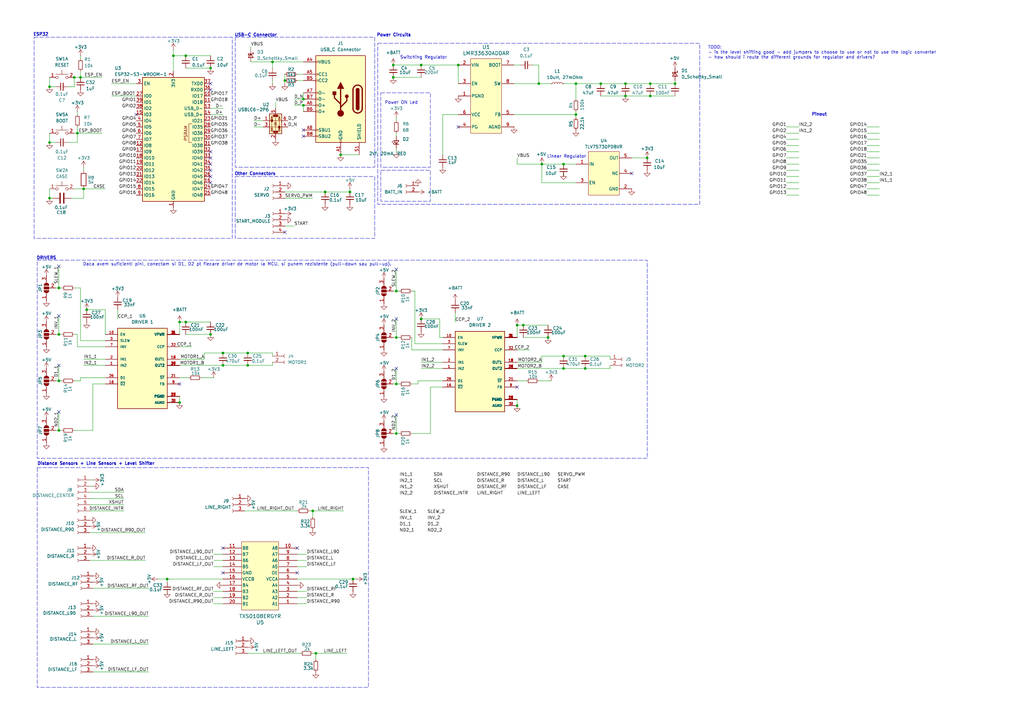
<source format=kicad_sch>
(kicad_sch (version 20231120) (generator "eeschema") (generator_version "8.0")
  (paper "A3")
  (junction (at 24.13 156.21))
  (junction (at 86.36 137.16))
  (junction (at 91.44 144.78))
  (junction (at 76.2 22.86))
  (junction (at 73.66 132.08))
  (junction (at 236.22 46.99))
  (junction (at 161.29 26.67))
  (junction (at 212.09 166.37))
  (junction (at 20.32 58.42))
  (junction (at 68.58 237.49))
  (junction (at 240.03 146.05))
  (junction (at 76.2 132.08))
  (junction (at 214.63 133.35))
  (junction (at 34.29 77.47))
  (junction (at 212.09 133.35))
  (junction (at 35.56 127))
  (junction (at 240.03 151.13))
  (junction (at 231.14 151.13))
  (junction (at 276.86 34.29))
  (junction (at 256.54 34.29))
  (junction (at 24.13 118.11))
  (junction (at 161.29 31.75))
  (junction (at 172.72 130.81))
  (junction (at 133.35 78.74))
  (junction (at 128.27 209.55))
  (junction (at 101.6 144.78))
  (junction (at 73.66 165.1))
  (junction (at 124.46 40.64))
  (junction (at 231.14 146.05))
  (junction (at 91.44 149.86))
  (junction (at 20.32 81.28))
  (junction (at 266.7 39.37))
  (junction (at 172.72 26.67))
  (junction (at 162.56 157.48))
  (junction (at 139.7 63.5))
  (junction (at 162.56 177.8))
  (junction (at 20.32 35.56))
  (junction (at 265.43 64.77))
  (junction (at 129.54 267.97))
  (junction (at 220.98 34.29))
  (junction (at 162.56 119.38))
  (junction (at 143.51 78.74))
  (junction (at 31.75 54.61))
  (junction (at 24.13 176.53))
  (junction (at 86.36 27.94))
  (junction (at 33.02 31.75))
  (junction (at 30.48 31.75))
  (junction (at 222.25 67.31))
  (junction (at 111.76 25.4))
  (junction (at 71.12 22.86))
  (junction (at 246.38 34.29))
  (junction (at 187.96 26.67))
  (junction (at 116.84 33.02))
  (junction (at 231.14 67.31))
  (junction (at 124.46 43.18))
  (junction (at 101.6 149.86))
  (junction (at 224.79 138.43))
  (junction (at 144.78 237.49))
  (junction (at 24.13 137.16))
  (junction (at 266.7 34.29))
  (junction (at 236.22 34.29))
  (junction (at 162.56 138.43))
  (junction (at 256.54 39.37))
  (no_connect (at 55.88 46.99))
  (no_connect (at 24.13 149.86))
  (no_connect (at 116.84 95.25))
  (no_connect (at 86.36 36.83))
  (no_connect (at 86.36 64.77))
  (no_connect (at 187.96 52.07))
  (no_connect (at 124.46 53.34))
  (no_connect (at 86.36 74.93))
  (no_connect (at 212.09 158.75))
  (no_connect (at 162.56 130.81))
  (no_connect (at 86.36 72.39))
  (no_connect (at 24.13 168.91))
  (no_connect (at 91.44 224.79))
  (no_connect (at 162.56 110.49))
  (no_connect (at 259.08 71.12))
  (no_connect (at 86.36 34.29))
  (no_connect (at 86.36 69.85))
  (no_connect (at 124.46 55.88))
  (no_connect (at 162.56 151.13))
  (no_connect (at 24.13 129.54))
  (no_connect (at 86.36 62.23))
  (no_connect (at 162.56 170.18))
  (no_connect (at 73.66 157.48))
  (no_connect (at 91.44 234.95))
  (no_connect (at 86.36 67.31))
  (no_connect (at 121.92 234.95))
  (no_connect (at 121.92 224.79))
  (no_connect (at 24.13 109.22))
  (wire (pts (xy 231.14 146.05) (xy 240.03 146.05)))
  (wire (pts (xy 171.45 156.21) (xy 181.61 156.21)))
  (wire (pts (xy 162.56 55.88) (xy 162.56 54.61)))
  (wire (pts (xy 124.46 38.1) (xy 124.46 40.64)))
  (wire (pts (xy 168.91 138.43) (xy 168.91 143.51)))
  (wire (pts (xy 31.75 58.42) (xy 31.75 54.61)))
  (wire (pts (xy 180.34 138.43) (xy 181.61 138.43)))
  (wire (pts (xy 125.73 229.87) (xy 121.92 229.87)))
  (wire (pts (xy 355.6 52.07) (xy 360.68 52.07)))
  (wire (pts (xy 276.86 34.29) (xy 266.7 34.29)))
  (wire (pts (xy 38.1 241.3) (xy 60.96 241.3)))
  (wire (pts (xy 27.94 35.56) (xy 30.48 35.56)))
  (wire (pts (xy 214.63 138.43) (xy 224.79 138.43)))
  (wire (pts (xy 125.73 227.33) (xy 121.92 227.33)))
  (wire (pts (xy 128.27 209.55) (xy 127 209.55)))
  (wire (pts (xy 33.02 139.7) (xy 43.18 139.7)))
  (wire (pts (xy 246.38 39.37) (xy 256.54 39.37)))
  (wire (pts (xy 322.58 69.85) (xy 327.66 69.85)))
  (wire (pts (xy 91.44 44.45) (xy 86.36 44.45)))
  (wire (pts (xy 220.98 26.67) (xy 218.44 26.67)))
  (wire (pts (xy 121.92 237.49) (xy 144.78 237.49)))
  (wire (pts (xy 125.73 232.41) (xy 121.92 232.41)))
  (wire (pts (xy 355.6 77.47) (xy 360.68 77.47)))
  (wire (pts (xy 121.92 33.02) (xy 124.46 33.02)))
  (wire (pts (xy 116.84 81.28) (xy 128.27 81.28)))
  (wire (pts (xy 24.13 129.54) (xy 24.13 137.16)))
  (wire (pts (xy 355.6 57.15) (xy 360.68 57.15)))
  (wire (pts (xy 73.66 149.86) (xy 91.44 149.86)))
  (wire (pts (xy 222.25 74.93) (xy 222.25 67.31)))
  (wire (pts (xy 124.46 43.18) (xy 124.46 45.72)))
  (wire (pts (xy 170.18 119.38) (xy 170.18 140.97)))
  (wire (pts (xy 102.87 25.4) (xy 111.76 25.4)))
  (wire (pts (xy 111.76 149.86) (xy 111.76 148.59)))
  (wire (pts (xy 322.58 72.39) (xy 327.66 72.39)))
  (wire (pts (xy 176.53 177.8) (xy 176.53 158.75)))
  (wire (pts (xy 113.03 41.91) (xy 113.03 44.45)))
  (wire (pts (xy 76.2 132.08) (xy 86.36 132.08)))
  (wire (pts (xy 220.98 34.29) (xy 220.98 26.67)))
  (wire (pts (xy 73.66 162.56) (xy 73.66 165.1)))
  (wire (pts (xy 64.77 237.49) (xy 68.58 237.49)))
  (wire (pts (xy 34.29 68.58) (xy 34.29 69.85)))
  (wire (pts (xy 38.1 157.48) (xy 43.18 157.48)))
  (wire (pts (xy 129.54 267.97) (xy 142.24 267.97)))
  (wire (pts (xy 116.84 30.48) (xy 116.84 33.02)))
  (wire (pts (xy 33.02 31.75) (xy 41.91 31.75)))
  (wire (pts (xy 168.91 143.51) (xy 181.61 143.51)))
  (wire (pts (xy 125.73 245.11) (xy 121.92 245.11)))
  (wire (pts (xy 31.75 54.61) (xy 30.48 54.61)))
  (wire (pts (xy 212.09 133.35) (xy 214.63 133.35)))
  (wire (pts (xy 38.1 199.39) (xy 36.83 199.39)))
  (wire (pts (xy 33.02 29.21) (xy 33.02 31.75)))
  (wire (pts (xy 48.26 130.81) (xy 48.26 127)))
  (wire (pts (xy 129.54 267.97) (xy 128.27 267.97)))
  (wire (pts (xy 87.63 154.94) (xy 82.55 154.94)))
  (wire (pts (xy 31.75 45.72) (xy 31.75 46.99)))
  (wire (pts (xy 20.32 77.47) (xy 20.32 81.28)))
  (wire (pts (xy 170.18 140.97) (xy 181.61 140.97)))
  (wire (pts (xy 120.65 40.64) (xy 124.46 40.64)))
  (wire (pts (xy 111.76 33.02) (xy 111.76 34.29)))
  (wire (pts (xy 322.58 52.07) (xy 327.66 52.07)))
  (wire (pts (xy 172.72 148.59) (xy 181.61 148.59)))
  (wire (pts (xy 33.02 156.21) (xy 33.02 154.94)))
  (wire (pts (xy 172.72 26.67) (xy 187.96 26.67)))
  (wire (pts (xy 162.56 177.8) (xy 163.83 177.8)))
  (wire (pts (xy 116.84 34.29) (xy 116.84 33.02)))
  (wire (pts (xy 76.2 27.94) (xy 86.36 27.94)))
  (wire (pts (xy 222.25 146.05) (xy 222.25 148.59)))
  (wire (pts (xy 231.14 71.12) (xy 231.14 72.39)))
  (wire (pts (xy 20.32 31.75) (xy 20.32 35.56)))
  (wire (pts (xy 146.05 237.49) (xy 144.78 237.49)))
  (wire (pts (xy 355.6 64.77) (xy 360.68 64.77)))
  (wire (pts (xy 34.29 77.47) (xy 43.18 77.47)))
  (wire (pts (xy 161.29 177.8) (xy 162.56 177.8)))
  (wire (pts (xy 236.22 34.29) (xy 236.22 40.64)))
  (wire (pts (xy 215.9 156.21) (xy 212.09 156.21)))
  (wire (pts (xy 100.33 209.55) (xy 121.92 209.55)))
  (wire (pts (xy 38.1 264.16) (xy 60.96 264.16)))
  (wire (pts (xy 128.27 209.55) (xy 128.27 212.09)))
  (wire (pts (xy 322.58 57.15) (xy 327.66 57.15)))
  (wire (pts (xy 68.58 243.84) (xy 68.58 242.57)))
  (wire (pts (xy 36.83 218.44) (xy 59.69 218.44)))
  (wire (pts (xy 355.6 62.23) (xy 360.68 62.23)))
  (wire (pts (xy 212.09 67.31) (xy 222.25 67.31)))
  (wire (pts (xy 231.14 151.13) (xy 240.03 151.13)))
  (wire (pts (xy 210.82 46.99) (xy 236.22 46.99)))
  (wire (pts (xy 276.86 33.02) (xy 276.86 34.29)))
  (wire (pts (xy 24.13 149.86) (xy 24.13 156.21)))
  (wire (pts (xy 20.32 58.42) (xy 22.86 58.42)))
  (wire (pts (xy 240.03 151.13) (xy 250.19 151.13)))
  (wire (pts (xy 162.56 157.48) (xy 163.83 157.48)))
  (wire (pts (xy 38.1 275.59) (xy 60.96 275.59)))
  (wire (pts (xy 71.12 22.86) (xy 76.2 22.86)))
  (wire (pts (xy 101.6 144.78) (xy 91.44 144.78)))
  (wire (pts (xy 87.63 227.33) (xy 91.44 227.33)))
  (wire (pts (xy 87.63 247.65) (xy 91.44 247.65)))
  (wire (pts (xy 33.02 22.86) (xy 33.02 24.13)))
  (wire (pts (xy 213.36 26.67) (xy 210.82 26.67)))
  (wire (pts (xy 143.51 78.74) (xy 133.35 78.74)))
  (wire (pts (xy 31.75 137.16) (xy 31.75 142.24)))
  (wire (pts (xy 246.38 34.29) (xy 256.54 34.29)))
  (wire (pts (xy 322.58 67.31) (xy 327.66 67.31)))
  (wire (pts (xy 161.29 138.43) (xy 162.56 138.43)))
  (wire (pts (xy 22.86 118.11) (xy 24.13 118.11)))
  (wire (pts (xy 101.6 267.97) (xy 123.19 267.97)))
  (wire (pts (xy 34.29 77.47) (xy 34.29 81.28)))
  (wire (pts (xy 35.56 127) (xy 43.18 127)))
  (wire (pts (xy 161.29 119.38) (xy 162.56 119.38)))
  (wire (pts (xy 236.22 48.26) (xy 236.22 46.99)))
  (wire (pts (xy 133.35 78.74) (xy 116.84 78.74)))
  (wire (pts (xy 83.82 144.78) (xy 83.82 147.32)))
  (wire (pts (xy 129.54 267.97) (xy 129.54 270.51)))
  (wire (pts (xy 36.83 229.87) (xy 59.69 229.87)))
  (wire (pts (xy 162.56 151.13) (xy 162.56 157.48)))
  (wire (pts (xy 210.82 34.29) (xy 220.98 34.29)))
  (wire (pts (xy 236.22 34.29) (xy 246.38 34.29)))
  (wire (pts (xy 91.44 149.86) (xy 101.6 149.86)))
  (wire (pts (xy 36.83 207.01) (xy 50.8 207.01)))
  (wire (pts (xy 168.91 119.38) (xy 170.18 119.38)))
  (wire (pts (xy 322.58 54.61) (xy 327.66 54.61)))
  (wire (pts (xy 33.02 156.21) (xy 30.48 156.21)))
  (wire (pts (xy 33.02 154.94) (xy 43.18 154.94)))
  (wire (pts (xy 101.6 149.86) (xy 111.76 149.86)))
  (wire (pts (xy 212.09 133.35) (xy 212.09 138.43)))
  (wire (pts (xy 22.86 35.56) (xy 20.32 35.56)))
  (wire (pts (xy 162.56 138.43) (xy 163.83 138.43)))
  (wire (pts (xy 24.13 156.21) (xy 25.4 156.21)))
  (wire (pts (xy 162.56 119.38) (xy 163.83 119.38)))
  (wire (pts (xy 187.96 26.67) (xy 187.96 34.29)))
  (wire (pts (xy 161.29 26.67) (xy 172.72 26.67)))
  (wire (pts (xy 125.73 247.65) (xy 121.92 247.65)))
  (wire (pts (xy 355.6 74.93) (xy 360.68 74.93)))
  (wire (pts (xy 22.86 137.16) (xy 24.13 137.16)))
  (wire (pts (xy 139.7 63.5) (xy 147.32 63.5)))
  (wire (pts (xy 162.56 110.49) (xy 162.56 119.38)))
  (wire (pts (xy 172.72 151.13) (xy 181.61 151.13)))
  (wire (pts (xy 171.45 157.48) (xy 171.45 156.21)))
  (wire (pts (xy 111.76 27.94) (xy 111.76 25.4)))
  (wire (pts (xy 36.83 201.93) (xy 50.8 201.93)))
  (wire (pts (xy 128.27 209.55) (xy 140.97 209.55)))
  (wire (pts (xy 266.7 39.37) (xy 276.86 39.37)))
  (wire (pts (xy 31.75 52.07) (xy 31.75 54.61)))
  (wire (pts (xy 322.58 80.01) (xy 327.66 80.01)))
  (wire (pts (xy 30.48 137.16) (xy 31.75 137.16)))
  (wire (pts (xy 87.63 242.57) (xy 91.44 242.57)))
  (wire (pts (xy 68.58 237.49) (xy 91.44 237.49)))
  (wire (pts (xy 38.1 252.73) (xy 60.96 252.73)))
  (wire (pts (xy 161.29 31.75) (xy 172.72 31.75)))
  (wire (pts (xy 71.12 20.32) (xy 71.12 22.86)))
  (wire (pts (xy 322.58 59.69) (xy 327.66 59.69)))
  (wire (pts (xy 226.06 156.21) (xy 220.98 156.21)))
  (wire (pts (xy 87.63 232.41) (xy 91.44 232.41)))
  (wire (pts (xy 322.58 64.77) (xy 327.66 64.77)))
  (wire (pts (xy 111.76 144.78) (xy 111.76 146.05)))
  (wire (pts (xy 161.29 157.48) (xy 162.56 157.48)))
  (wire (pts (xy 355.6 59.69) (xy 360.68 59.69)))
  (wire (pts (xy 38.1 176.53) (xy 38.1 157.48)))
  (wire (pts (xy 322.58 77.47) (xy 327.66 77.47)))
  (wire (pts (xy 20.32 54.61) (xy 20.32 58.42)))
  (wire (pts (xy 104.14 52.07) (xy 107.95 52.07)))
  (wire (pts (xy 73.66 132.08) (xy 76.2 132.08)))
  (wire (pts (xy 222.25 146.05) (xy 231.14 146.05)))
  (wire (pts (xy 34.29 147.32) (xy 43.18 147.32)))
  (wire (pts (xy 250.19 146.05) (xy 250.19 147.32)))
  (wire (pts (xy 180.34 130.81) (xy 172.72 130.81)))
  (wire (pts (xy 355.6 80.01) (xy 360.68 80.01)))
  (wire (pts (xy 256.54 39.37) (xy 266.7 39.37)))
  (wire (pts (xy 24.13 176.53) (xy 25.4 176.53)))
  (wire (pts (xy 38.1 196.85) (xy 36.83 196.85)))
  (wire (pts (xy 355.6 69.85) (xy 360.68 69.85)))
  (wire (pts (xy 181.61 46.99) (xy 181.61 63.5)))
  (wire (pts (xy 125.73 242.57) (xy 121.92 242.57)))
  (wire (pts (xy 236.22 45.72) (xy 236.22 46.99)))
  (wire (pts (xy 22.86 156.21) (xy 24.13 156.21)))
  (wire (pts (xy 212.09 143.51) (xy 217.17 143.51)))
  (wire (pts (xy 30.48 176.53) (xy 38.1 176.53)))
  (wire (pts (xy 87.63 245.11) (xy 91.44 245.11)))
  (wire (pts (xy 259.08 64.77) (xy 265.43 64.77)))
  (wire (pts (xy 176.53 158.75) (xy 181.61 158.75)))
  (wire (pts (xy 231.14 67.31) (xy 236.22 67.31)))
  (wire (pts (xy 41.91 54.61) (xy 31.75 54.61)))
  (wire (pts (xy 143.51 77.47) (xy 143.51 78.74)))
  (wire (pts (xy 168.91 177.8) (xy 176.53 177.8)))
  (wire (pts (xy 212.09 151.13) (xy 231.14 151.13)))
  (wire (pts (xy 77.47 154.94) (xy 73.66 154.94)))
  (wire (pts (xy 24.13 118.11) (xy 25.4 118.11)))
  (wire (pts (xy 162.56 48.26) (xy 162.56 49.53)))
  (wire (pts (xy 231.14 34.29) (xy 236.22 34.29)))
  (wire (pts (xy 171.45 157.48) (xy 168.91 157.48)))
  (wire (pts (xy 121.92 30.48) (xy 124.46 30.48)))
  (wire (pts (xy 212.09 163.83) (xy 212.09 166.37)))
  (wire (pts (xy 91.44 144.78) (xy 83.82 144.78)))
  (wire (pts (xy 30.48 118.11) (xy 33.02 118.11)))
  (wire (pts (xy 24.13 168.91) (xy 24.13 176.53)))
  (wire (pts (xy 29.21 81.28) (xy 34.29 81.28)))
  (wire (pts (xy 212.09 148.59) (xy 222.25 148.59)))
  (wire (pts (xy 76.2 22.86) (xy 86.36 22.86)))
  (wire (pts (xy 45.72 39.37) (xy 55.88 39.37)))
  (wire (pts (xy 222.25 74.93) (xy 236.22 74.93)))
  (wire (pts (xy 212.09 64.77) (xy 212.09 67.31)))
  (wire (pts (xy 68.58 238.76) (xy 68.58 237.49)))
  (wire (pts (xy 87.63 229.87) (xy 91.44 229.87)))
  (wire (pts (xy 222.25 67.31) (xy 231.14 67.31)))
  (wire (pts (xy 186.69 132.08) (xy 186.69 128.27)))
  (wire (pts (xy 30.48 77.47) (xy 34.29 77.47)))
  (wire (pts (xy 181.61 46.99) (xy 187.96 46.99)))
  (wire (pts (xy 73.66 142.24) (xy 78.74 142.24)))
  (wire (pts (xy 355.6 67.31) (xy 360.68 67.31)))
  (wire (pts (xy 73.66 132.08) (xy 73.66 137.16)))
  (wire (pts (xy 256.54 34.29) (xy 266.7 34.29)))
  (wire (pts (xy 50.8 209.55) (xy 36.83 209.55)))
  (wire (pts (xy 214.63 133.35) (xy 224.79 133.35)))
  (wire (pts (xy 30.48 31.75) (xy 33.02 31.75)))
  (wire (pts (xy 355.6 54.61) (xy 360.68 54.61)))
  (wire (pts (xy 27.94 58.42) (xy 31.75 58.42)))
  (wire (pts (xy 322.58 62.23) (xy 327.66 62.23)))
  (wire (pts (xy 73.66 147.32) (xy 83.82 147.32)))
  (wire (pts (xy 76.2 137.16) (xy 86.36 137.16)))
  (wire (pts (xy 43.18 127) (xy 43.18 137.16)))
  (wire (pts (xy 240.03 146.05) (xy 250.19 146.05)))
  (wire (pts (xy 226.06 34.29) (xy 220.98 34.29)))
  (wire (pts (xy 31.75 142.24) (xy 43.18 142.24)))
  (wire (pts (xy 33.02 118.11) (xy 33.02 139.7)))
  (wire (pts (xy 120.65 92.71) (xy 116.84 92.71)))
  (wire (pts (xy 71.12 22.86) (xy 71.12 29.21)))
  (wire (pts (xy 111.76 25.4) (xy 124.46 25.4)))
  (wire (pts (xy 22.86 176.53) (xy 24.13 176.53)))
  (wire (pts (xy 21.59 81.28) (xy 20.32 81.28)))
  (wire (pts (xy 322.58 74.93) (xy 327.66 74.93)))
  (wire (pts (xy 102.87 19.05) (xy 102.87 20.32)))
  (wire (pts (xy 30.48 31.75) (xy 30.48 35.56)))
  (wire (pts (xy 355.6 72.39) (xy 360.68 72.39)))
  (wire (pts (xy 162.56 62.23) (xy 162.56 60.96)))
  (wire (pts (xy 24.13 109.22) (xy 24.13 118.11)))
  (wire (pts (xy 162.56 130.81) (xy 162.56 138.43)))
  (wire (pts (xy 162.56 170.18) (xy 162.56 177.8)))
  (wire (pts (xy 45.72 34.29) (xy 55.88 34.29)))
  (wire (pts (xy 34.29 149.86) (xy 43.18 149.86)))
  (wire (pts (xy 24.13 137.16) (xy 25.4 137.16)))
  (wire (pts (xy 120.65 43.18) (xy 124.46 43.18)))
  (wire (pts (xy 36.83 204.47) (xy 50.8 204.47)))
  (wire (pts (xy 250.19 151.13) (xy 250.19 149.86)))
  (wire (pts (xy 91.44 46.99) (xy 86.36 46.99)))
  (wire (pts (xy 104.14 49.53) (xy 107.95 49.53)))
  (wire (pts (xy 180.34 138.43) (xy 180.34 130.81)))
  (wire (pts (xy 101.6 144.78) (xy 111.76 144.78)))
  (rectangle (start 13.97 15.24) (end 95.25 97.79) (stroke (width 0) (type dash)))
  (rectangle (start 96.52 72.39) (end 153.67 97.79) (stroke (width 0) (type dash)))
  (rectangle (start 15.24 106.68) (end 265.43 187.96) (stroke (width 0) (type dash)))
  (rectangle (start 156.21 69.85) (end 176.53 82.55) (stroke (width 0) (type dash)))
  (rectangle (start 154.94 17.78) (end 287.02 83.82) (stroke (width 0) (type dash)))
  (rectangle (start 15.24 191.77) (end 151.13 281.94) (stroke (width 0) (type dash)))
  (rectangle (start 156.21 38.1) (end 176.53 68.58) (stroke (width 0) (type dash)))
  (rectangle (start 96.52 15.24) (end 153.67 68.58) (stroke (width 0) (type dash)))
  (rectangle (start 139.7 106.68) (end 139.7 106.68))
  (text "USB-C Connector" (at 104.902 14.478 0) (effects (font (size 1.27 1.27) (thickness 0.254) (bold yes))))
  (text "Daca avem suficienti pini, conectam si D1, D2 pt fiecare driver de motor la MCU, si punem rezistente (pull-down sau pull-up)." (at 97.282 108.458 0) (effects (font (size 1.27 1.27))))
  (text "DRIVERS" (at 19.05 105.918 0) (effects (font (size 1.27 1.27) (thickness 0.254) (bold yes))))
  (text "Power Circuits" (at 161.544 14.478 0) (effects (font (size 1.27 1.27) (thickness 0.254) (bold yes))))
  (text "TODO:\n- is the level shifting good - add jumpers to choose to use or not to use the logic converter\n- how should i route the different grounds for regulator and drivers?\n\n" (at 290.322 22.606 0) (effects (font (size 1.27 1.27)) (justify left)))
  (text "Switching Regulator\n" (at 173.736 23.622 0) (effects (font (size 1.27 1.27) (thickness 0.1588))))
  (text "Linear Regulator" (at 232.41 64.262 0) (effects (font (size 1.27 1.27) (thickness 0.1588))))
  (text "Other Connectors" (at 104.648 71.374 0) (effects (font (size 1.27 1.27) (thickness 0.254) (bold yes))))
  (text "Distance Sensors + Line Sensors + Level Shifter" (at 39.37 190.246 0) (effects (font (size 1.27 1.27) (thickness 0.254) (bold yes))))
  (text "Pinout\n" (at 336.042 46.99 0) (effects (font (size 1.27 1.27) (thickness 0.254) (bold yes))))
  (text "Power ON Led" (at 164.592 42.164 0) (effects (font (size 1.27 1.27))))
  (text "ESP32" (at 16.764 14.224 0) (effects (font (size 1.27 1.27) (thickness 0.254) (bold yes))))
  (label "GPIO48" (at 86.36 80.01 0))
  (label "MOTOR2_A" (at 222.25 148.59 180))
  (label "GPIO8" (at 55.88 59.69 180))
  (label "DISTANCE_L_OUT" (at 87.63 229.87 180))
  (label "ESP_EN" (at 45.72 34.29 0))
  (label "IN1_2" (at 172.72 148.59 0))
  (label "GPIO11" (at 55.88 67.31 180))
  (label "DISTANCE_R" (at 195.58 198.12 0))
  (label "LINE_LEFT" (at 142.24 267.97 180))
  (label "SLEW_2" (at 175.26 210.82 0))
  (label "SERVO_PWM" (at 128.27 81.28 180))
  (label "START" (at 120.65 92.71 0))
  (label "SERVO_PWM" (at 228.6 195.58 0))
  (label "IN1_2" (at 327.66 54.61 0))
  (label "GPIO7" (at 322.58 64.77 180))
  (label "GPIO9" (at 55.88 62.23 180))
  (label "XSHUT" (at 50.8 207.01 180))
  (label "GPIO1" (at 55.88 41.91 180))
  (label "DISTANCE_RF" (at 125.73 242.57 0))
  (label "IN2_1" (at 34.29 149.86 0))
  (label "GPIO14" (at 355.6 52.07 180))
  (label "SDA" (at 50.8 201.93 180))
  (label "INV_2" (at 175.26 213.36 0))
  (label "GPIO21" (at 86.36 49.53 0))
  (label "GPIO16" (at 355.6 57.15 180))
  (label "GPIO36" (at 355.6 69.85 180))
  (label "D_P" (at 118.11 49.53 0))
  (label "DISTANCE_R90" (at 125.73 247.65 0))
  (label "MOTOR1_A" (at 83.82 147.32 180))
  (label "GPIO13" (at 55.88 72.39 180))
  (label "GPIO47" (at 86.36 77.47 0) (effects (font (thickness 0.1588))))
  (label "VBUS" (at 113.03 41.91 0))
  (label "DISTANCE_RF_OUT" (at 87.63 242.57 180))
  (label "LINE_RIGHT" (at 140.97 209.55 180))
  (label "DISTANCE_LF" (at 212.09 200.66 0))
  (label "GPIO37" (at 355.6 72.39 180))
  (label "SCL" (at 177.8 198.12 0))
  (label "DISTANCE_L90_OUT" (at 60.96 252.73 180))
  (label "IN2_2" (at 172.72 151.13 0))
  (label "ND2_1" (at 163.83 218.44 0))
  (label "XSHUT" (at 177.8 200.66 0))
  (label "D1_1" (at 24.13 149.86 270))
  (label "LINE_LEFT" (at 212.09 203.2 0))
  (label "MOTOR2_B" (at 222.25 151.13 180))
  (label "DISTANCE_R90_OUT" (at 87.63 247.65 180))
  (label "GPIO2" (at 322.58 54.61 180))
  (label "GPIO37" (at 86.36 57.15 0))
  (label "GPIO16" (at 55.88 80.01 180))
  (label "GPIO9" (at 322.58 69.85 180))
  (label "ND2_2" (at 162.56 170.18 270))
  (label "IN1_1" (at 360.68 74.93 0))
  (label "GPIO6" (at 55.88 54.61 180))
  (label "DISTANCE_R_OUT" (at 59.69 229.87 180))
  (label "D_P" (at 120.65 43.18 0))
  (label "DISTANCE_L90_OUT" (at 87.63 227.33 180))
  (label "DISTANCE_L" (at 125.73 229.87 0))
  (label "MOTOR1_B" (at 83.82 149.86 180))
  (label "VBUS" (at 102.87 19.05 0))
  (label "DISTANCE_R90_OUT" (at 59.69 218.44 180))
  (label "DISTANCE_INTR" (at 177.8 203.2 0))
  (label "GPIO18" (at 86.36 41.91 0))
  (label "GPIO17" (at 86.36 39.37 0))
  (label "GPIO48" (at 355.6 80.01 180))
  (label "GPIO38" (at 86.36 59.69 0))
  (label "CCP_2" (at 217.17 143.51 180))
  (label "CASE" (at 228.6 200.66 0))
  (label "D_N" (at 120.65 40.64 0))
  (label "SCL" (at 50.8 204.47 180))
  (label "DISTANCE_L_OUT" (at 60.96 264.16 180))
  (label "DISTANCE_L90" (at 125.73 227.33 0))
  (label "INV_1" (at 24.13 129.54 270))
  (label "GPIO10" (at 55.88 64.77 180))
  (label "D+" (at 104.14 49.53 0))
  (label "ESP_EN" (at 41.91 31.75 180))
  (label "GPIO35" (at 355.6 67.31 180))
  (label "D+" (at 91.44 46.99 180))
  (label "GPIO36" (at 86.36 54.61 0))
  (label "LINE_RIGHT_OUT" (at 120.65 209.55 180))
  (label "VBUS" (at 212.09 64.77 0))
  (label "GPIO6" (at 322.58 62.23 180))
  (label "SLEW_2" (at 162.56 110.49 270))
  (label "DISTANCE_RF_OUT" (at 60.96 241.3 180))
  (label "GPIO4" (at 55.88 49.53 180))
  (label "GPIO4" (at 322.58 57.15 180))
  (label "CCP_1" (at 48.26 130.81 0))
  (label "DISTANCE_LF" (at 125.73 232.41 0))
  (label "GPIO14" (at 55.88 74.93 180))
  (label "GPIO38" (at 355.6 74.93 180))
  (label "DISTANCE_R" (at 125.73 245.11 0))
  (label "GPIO13" (at 322.58 80.01 180))
  (label "INV_1" (at 163.83 213.36 0))
  (label "DISTANCE_R90" (at 195.58 195.58 0))
  (label "LINE_RIGHT" (at 195.58 203.2 0))
  (label "DISTANCE_INTR" (at 50.8 209.55 180))
  (label "GPIO15" (at 55.88 77.47 180))
  (label "CCP_1" (at 78.74 142.24 180))
  (label "IN2_2" (at 163.83 203.2 0))
  (label "START" (at 228.6 198.12 0))
  (label "ESP_BOOT" (at 41.91 54.61 180))
  (label "D1_2" (at 162.56 151.13 270))
  (label "GPIO5" (at 322.58 59.69 180))
  (label "GPIO21" (at 355.6 64.77 180))
  (label "IN1_1" (at 163.83 195.58 0))
  (label "GPIO17" (at 355.6 59.69 180))
  (label "DISTANCE_L" (at 212.09 198.12 0))
  (label "DISTANCE_LF_OUT" (at 60.96 275.59 180))
  (label "LINE_LEFT_OUT" (at 121.92 267.97 180))
  (label "GPIO8" (at 322.58 67.31 180))
  (label "GPIO12" (at 322.58 77.47 180))
  (label "GPIO2" (at 55.88 44.45 180))
  (label "D_N" (at 118.11 52.07 0))
  (label "GPIO47" (at 355.6 77.47 180) (effects (font (thickness 0.1588))))
  (label "IN1_1" (at 34.29 147.32 0))
  (label "DISTANCE_L90" (at 212.09 195.58 0))
  (label "GPIO12" (at 55.88 69.85 180))
  (label "ESP_BOOT" (at 45.72 39.37 0))
  (label "GPIO7" (at 55.88 57.15 180))
  (label "DISTANCE_R_OUT" (at 87.63 245.11 180))
  (label "IN1_2" (at 163.83 200.66 0))
  (label "GPIO11" (at 322.58 74.93 180))
  (label "GPIO10" (at 322.58 72.39 180))
  (label "GPIO18" (at 355.6 62.23 180))
  (label "ND2_1" (at 24.13 168.91 270))
  (label "CASE" (at 43.18 77.47 180))
  (label "GPIO15" (at 355.6 54.61 180))
  (label "D-" (at 91.44 44.45 180))
  (label "CCP_2" (at 186.69 132.08 0))
  (label "GPIO5" (at 55.88 52.07 180))
  (label "SDA" (at 177.8 195.58 0))
  (label "DISTANCE_LF_OUT" (at 87.63 232.41 180))
  (label "GPIO35" (at 86.36 52.07 0))
  (label "IN2_1" (at 360.68 72.39 0))
  (label "GPIO1" (at 322.58 52.07 180))
  (label "ND2_2" (at 175.26 218.44 0))
  (label "SLEW_1" (at 163.83 210.82 0))
  (label "INV_2" (at 162.56 130.81 270))
  (label "D1_1" (at 163.83 215.9 0))
  (label "SLEW_1" (at 24.13 109.22 270))
  (label "D-" (at 104.14 52.07 0))
  (label "D1_2" (at 175.26 215.9 0))
  (label "IN2_1" (at 163.83 198.12 0))
  (label "DISTANCE_RF" (at 195.58 200.66 0))
  (label "IN2_2" (at 327.66 52.07 0))
  (symbol (lib_id "Device:LED_Small") (at 162.56 58.42 90) (unit 1)
    (property "Reference" "D2" (at 165.1 57.0864 90) (effects (justify right)))
    (property "Value" "2Vf, 20mA, RED" (at 151.384 62.992 90) (effects (justify right)))
    (property "Description" "Light emitting diode, small symbol" (effects (hide yes)))
  )
  (symbol (lib_id "power:GND") (at 210.82 52.07 0) (unit 1)
    (property "Reference" "#PWR016" (effects (hide yes)))
    (property "Value" "GND" (effects (hide yes)))
    (property "Description" "Power symbol creates a global label with name \"GND\" , ground" (effects (hide yes)))
  )
  (symbol (lib_id "power:+5V") (at 38.1 238.76 270) (unit 1)
    (property "Reference" "#PWR082" (effects (hide yes)))
    (property "Value" "+5V" (at 41.656 238.76 0))
    (property "Description" "Power symbol creates a global label with name \"+5V\"" (effects (hide yes)))
  )
  (symbol (lib_id "power:GND") (at 36.83 213.36 90) (unit 1)
    (property "Reference" "#PWR074" (effects (hide yes)))
    (property "Value" "GND" (effects (hide yes)))
    (property "Description" "Power symbol creates a global label with name \"GND\" , ground" (effects (hide yes)))
  )
  (symbol (lib_id "Device:R_Small") (at 27.94 176.53 270) (mirror x) (unit 1)
    (property "Reference" "R19" (at 26.924 179.578 0))
    (property "Value" "1k" (at 28.702 179.832 0))
    (property "Footprint" "Resistor_SMD:R_0402_1005Metric" (effects (hide yes)))
    (property "Description" "Resistor, small symbol" (effects (hide yes)))
  )
  (symbol (lib_id "Device:R_Small") (at 80.01 154.94 270) (unit 1)
    (property "Reference" "R13" (at 80.01 151.384 90))
    (property "Value" "10k" (at 80.264 153.162 90))
    (property "Footprint" "Resistor_SMD:R_0402_1005Metric" (effects (hide yes)))
    (property "Description" "Resistor, small symbol" (effects (hide yes)))
  )
  (symbol (lib_id "power:GND") (at 128.27 217.17 0) (unit 1)
    (property "Reference" "#PWR076" (effects (hide yes)))
    (property "Value" "GND" (effects (hide yes)))
    (property "Description" "Power symbol creates a global label with name \"GND\" , ground" (effects (hide yes)))
  )
  (symbol (lib_id "power:GND") (at 231.14 71.12 0) (unit 1)
    (property "Reference" "#PWR023" (effects (hide yes)))
    (property "Value" "GND" (effects (hide yes)))
    (property "Description" "Power symbol creates a global label with name \"GND\" , ground" (effects (hide yes)))
  )
  (symbol (lib_id "Device:C_Small") (at 181.61 66.04 0) (mirror y) (unit 1)
    (property "Reference" "C13" (at 187.452 64.77 0) (effects (justify left)))
    (property "Value" "1uF" (at 187.452 66.548 0) (effects (justify left)))
    (property "Footprint" "Capacitor_SMD:C_0603_1608Metric" (effects (hide yes)))
    (property "Description" "Unpolarized capacitor, small symbol" (effects (hide yes)))
  )
  (symbol (lib_id "Connector:Conn_01x02_Socket") (at 116.84 146.05 0) (unit 1)
    (property "Reference" "J4" (at 118.11 146.0499 0) (effects (justify left)))
    (property "Value" "MOTOR1" (at 118.11 148.5899 0) (effects (justify left)))
    (property "Footprint" "Connector_JST:JST_XH_B2B-XH-A_1x02_P2.50mm_Vertical" (effects (hide yes)))
    (property "Description" "Generic connector, single row, 01x02, script generated" (effects (hide yes)))
  )
  (symbol (lib_id "Device:R_Small") (at 162.56 52.07 0) (unit 1)
    (property "Reference" "R6" (at 165.1 50.7999 0) (effects (justify left)))
    (property "Value" "68" (at 165.1 53.3399 0) (effects (justify left)))
    (property "Description" "Resistor, small symbol" (effects (hide yes)))
  )
  (symbol (lib_id "power:GND") (at 259.08 77.47 0) (unit 1)
    (property "Reference" "#PWR027" (effects (hide yes)))
    (property "Value" "GND" (effects (hide yes)))
    (property "Description" "Power symbol creates a global label with name \"GND\" , ground" (effects (hide yes)))
  )
  (symbol (lib_id "Power_Protection:USBLC6-2P6") (at 113.03 49.53 0) (unit 1)
    (property "Reference" "U2" (at 107.696 42.926 0) (effects (justify left)))
    (property "Value" "USBLC6-2P6" (at 97.536 44.958 0) (effects (justify left)))
    (property "Footprint" "Package_TO_SOT_SMD:SOT-666" (effects (hide yes)))
    (property "Datasheet" "https://www.st.com/resource/en/datasheet/usblc6-2.pdf" (effects (hide yes)))
    (property "Description" "Very low capacitance ESD protection diode, 2 data-line, SOT-666" (effects (hide yes)))
  )
  (symbol (lib_id "Device:C_Small") (at 76.2 134.62 0) (mirror y) (unit 1)
    (property "Reference" "C21" (at 82.042 133.35 0) (effects (justify left)))
    (property "Value" "100nF" (at 83.566 135.128 0) (effects (justify left)))
    (property "Footprint" "Capacitor_SMD:C_0603_1608Metric" (effects (hide yes)))
    (property "Description" "Unpolarized capacitor, small symbol" (effects (hide yes)))
  )
  (symbol (lib_id "Jumper:SolderJumper_3_Open") (at 157.48 119.38 90) (unit 1) (exclude_from_sim yes) (in_bom no)
    (property "Reference" "JP2" (at 154.94 119.38 0))
    (property "Value" "SolderJumper_3_Open" (effects (hide yes)))
    (property "Footprint" "Jumper:SolderJumper-3_P1.3mm_Open_RoundedPad1.0x1.5mm_NumberLabels" (effects (hide yes)))
    (property "Description" "Solder Jumper, 3-pole, open" (effects (hide yes)))
  )
  (symbol (lib_id "power:GND") (at 116.84 76.2 90) (unit 1)
    (property "Reference" "#PWR024" (effects (hide yes)))
    (property "Value" "GND" (effects (hide yes)))
    (property "Description" "Power symbol creates a global label with name \"GND\" , ground" (effects (hide yes)))
  )
  (symbol (lib_id "power:GND") (at 172.72 135.89 0) (unit 1)
    (property "Reference" "#PWR063" (effects (hide yes)))
    (property "Value" "GND" (effects (hide yes)))
    (property "Description" "Power symbol creates a global label with name \"GND\" , ground" (effects (hide yes)))
  )
  (symbol (lib_id "power:GND") (at 20.32 81.28 0) (mirror y) (unit 1)
    (property "Reference" "#PWR028" (effects (hide yes)))
    (property "Value" "GND" (effects (hide yes)))
    (property "Description" "Power symbol creates a global label with name \"GND\" , ground" (effects (hide yes)))
  )
  (symbol (lib_id "Connector:Conn_01x02_Socket") (at 255.27 147.32 0) (unit 1)
    (property "Reference" "J5" (at 256.54 147.3199 0) (effects (justify left)))
    (property "Value" "MOTOR2" (at 256.54 149.8599 0) (effects (justify left)))
    (property "Footprint" "Connector_JST:JST_XH_B2B-XH-A_1x02_P2.50mm_Vertical" (effects (hide yes)))
    (property "Description" "Generic connector, single row, 01x02, script generated" (effects (hide yes)))
  )
  (symbol (lib_id "power:+5V") (at 19.05 151.13 0) (unit 1)
    (property "Reference" "#PWR056" (effects (hide yes)))
    (property "Value" "+5V" (at 19.05 147.574 0))
    (property "Description" "Power symbol creates a global label with name \"+5V\"" (effects (hide yes)))
  )
  (symbol (lib_id "Connector:Conn_01x03_Socket") (at 31.75 215.9 0) (mirror y) (unit 1)
    (property "Reference" "J10" (at 30.48 214.6299 0) (effects (justify left)))
    (property "Value" "DISTANCE_R90" (at 30.48 217.1699 0) (effects (justify left)))
    (property "Footprint" "footprints:CONN-TH_S3B-ZR-3.4-LF-SN" (effects (hide yes)))
    (property "Description" "Generic connector, single row, 01x03, script generated" (effects (hide yes)))
  )
  (symbol (lib_id "power:+5V") (at 276.86 27.94 0) (unit 1)
    (property "Reference" "#PWR03" (effects (hide yes)))
    (property "Value" "+5V" (at 276.606 23.876 0))
    (property "Description" "Power symbol creates a global label with name \"+5V\"" (effects (hide yes)))
  )
  (symbol (lib_id "Device:R_Small") (at 27.94 137.16 270) (mirror x) (unit 1)
    (property "Reference" "R11" (at 26.924 140.208 0))
    (property "Value" "1k" (at 28.702 140.462 0))
    (property "Footprint" "Resistor_SMD:R_0402_1005Metric" (effects (hide yes)))
    (property "Description" "Resistor, small symbol" (effects (hide yes)))
  )
  (symbol (lib_id "Jumper:SolderJumper_3_Open") (at 157.48 138.43 90) (unit 1) (exclude_from_sim yes) (in_bom no)
    (property "Reference" "JP4" (at 154.94 138.43 0))
    (property "Value" "SolderJumper_3_Open" (effects (hide yes)))
    (property "Footprint" "Jumper:SolderJumper-3_P1.3mm_Open_RoundedPad1.0x1.5mm_NumberLabels" (effects (hide yes)))
    (property "Description" "Solder Jumper, 3-pole, open" (effects (hide yes)))
  )
  (symbol (lib_id "Device:R_Small") (at 128.27 214.63 180) (unit 1)
    (property "Reference" "R22" (at 125.222 213.868 0))
    (property "Value" "3.3k" (at 125.222 215.646 0))
    (property "Footprint" "Resistor_SMD:R_0402_1005Metric" (effects (hide yes)))
    (property "Description" "Resistor, small symbol" (effects (hide yes)))
  )
  (symbol (lib_id "Device:C_Small") (at 101.6 147.32 0) (mirror y) (unit 1)
    (property "Reference" "C25" (at 107.442 146.05 0) (effects (justify left)))
    (property "Value" "0.1uF" (at 108.712 148.082 0) (effects (justify left)))
    (property "Footprint" "Capacitor_SMD:C_0402_1005Metric" (effects (hide yes)))
    (property "Description" "Unpolarized capacitor, small symbol" (effects (hide yes)))
  )
  (symbol (lib_id "Device:R_Small") (at 31.75 49.53 0) (unit 1)
    (property "Reference" "R7" (at 34.29 48.2599 0) (effects (justify left)))
    (property "Value" "10k" (at 34.29 50.7999 0) (effects (justify left)))
    (property "Footprint" "Resistor_SMD:R_0402_1005Metric" (effects (hide yes)))
    (property "Description" "Resistor, small symbol" (effects (hide yes)))
  )
  (symbol (lib_id "power:+3V3") (at 172.72 130.81 0) (unit 1)
    (property "Reference" "#PWR040" (effects (hide yes)))
    (property "Value" "+3V3" (at 172.72 127.254 0))
    (property "Description" "Power symbol creates a global label with name \"+3V3\"" (effects (hide yes)))
  )
  (symbol (lib_id "Device:D_Schottky_Small") (at 276.86 30.48 270) (unit 1)
    (property "Reference" "D1" (at 279.4 28.9559 90) (effects (justify left)))
    (property "Value" "D_Schottky_Small" (at 279.4 31.4959 90) (effects (justify left)))
    (property "Footprint" "Diode_SMD:D_SOD-123" (effects (hide yes)))
    (property "Description" "Schottky diode, small symbol" (effects (hide yes)))
  )
  (symbol (lib_id "power:GND") (at 157.48 143.51 0) (unit 1)
    (property "Reference" "#PWR055" (effects (hide yes)))
    (property "Value" "GND" (effects (hide yes)))
    (property "Description" "Power symbol creates a global label with name \"GND\" , ground" (effects (hide yes)))
  )
  (symbol (lib_id "power:+3V3") (at 48.26 121.92 0) (unit 1)
    (property "Reference" "#PWR036" (effects (hide yes)))
    (property "Value" "+3V3" (at 48.26 118.364 0))
    (property "Description" "Power symbol creates a global label with name \"+3V3\"" (effects (hide yes)))
  )
  (symbol (lib_id "Switch:SW_Push_Dual_x2") (at 25.4 77.47 0) (unit 1)
    (property "Reference" "SW2" (at 25.4 69.85 0))
    (property "Value" "CASE" (at 25.4 72.39 0))
    (property "Footprint" "footprints:SW_TS-1088-AR02016" (effects (hide yes)))
    (property "Description" "Push button switch, generic, separate symbols, four pins" (effects (hide yes)))
  )
  (symbol (lib_id "power:GND") (at 157.48 182.88 0) (unit 1)
    (property "Reference" "#PWR069" (effects (hide yes)))
    (property "Value" "GND" (effects (hide yes)))
    (property "Description" "Power symbol creates a global label with name \"GND\" , ground" (effects (hide yes)))
  )
  (symbol (lib_id "Device:C_Small") (at 215.9 26.67 270) (unit 1)
    (property "Reference" "C3" (at 215.8936 20.32 90))
    (property "Value" "0.1uF" (at 215.8936 22.86 90))
    (property "Footprint" "Capacitor_SMD:C_0402_1005Metric" (effects (hide yes)))
    (property "Description" "Unpolarized capacitor, small symbol" (effects (hide yes)))
  )
  (symbol (lib_id "Device:R_Small") (at 124.46 209.55 270) (unit 1)
    (property "Reference" "R21" (at 124.46 205.994 90))
    (property "Value" "2k" (at 124.714 207.772 90))
    (property "Footprint" "Resistor_SMD:R_0402_1005Metric" (effects (hide yes)))
    (property "Description" "Resistor, small symbol" (effects (hide yes)))
  )
  (symbol (lib_id "Device:R_Small") (at 218.44 156.21 270) (unit 1)
    (property "Reference" "R15" (at 218.44 152.654 90))
    (property "Value" "10k" (at 218.694 154.432 90))
    (property "Footprint" "Resistor_SMD:R_0402_1005Metric" (effects (hide yes)))
    (property "Description" "Resistor, small symbol" (effects (hide yes)))
  )
  (symbol (lib_id "power:GND") (at 157.48 124.46 0) (unit 1)
    (property "Reference" "#PWR042" (effects (hide yes)))
    (property "Value" "GND" (effects (hide yes)))
    (property "Description" "Power symbol creates a global label with name \"GND\" , ground" (effects (hide yes)))
  )
  (symbol (lib_id "power:+5V") (at 64.77 237.49 90) (unit 1)
    (property "Reference" "#PWR080" (effects (hide yes)))
    (property "Value" "+5V" (at 61.214 237.49 0))
    (property "Description" "Power symbol creates a global label with name \"+5V\"" (effects (hide yes)))
  )
  (symbol (lib_id "power:GND") (at 20.32 58.42 0) (unit 1)
    (property "Reference" "#PWR015" (effects (hide yes)))
    (property "Value" "GND" (effects (hide yes)))
    (property "Description" "Power symbol creates a global label with name \"GND\" , ground" (effects (hide yes)))
  )
  (symbol (lib_id "MC33926PNB:MC33926PNB") (at 196.85 151.13 0) (unit 1)
    (property "Reference" "U7" (at 196.85 130.81 0))
    (property "Value" "DRIVER 2" (at 196.85 133.35 0))
    (property "Footprint" "footprints:QFN80P800X800X220-33N" (effects (hide yes)))
    (property "MF" "NXP Semiconductors" (effects (hide yes)))
    (property "Description_1" "\n                        \n                            Dual Half Bridge Motor Driver Automotive 32-Pin PQFN EP Tray\n                        \n" (effects (hide yes)))
    (property "Package" "None" (effects (hide yes)))
    (property "Price" "None" (effects (hide yes)))
    (property "Check_prices" "https://www.snapeda.com/parts/MC33926PNB/NXP+Semiconductors/view-part/?ref=eda" (effects (hide yes)))
    (property "SnapEDA_Link" "https://www.snapeda.com/parts/MC33926PNB/NXP+Semiconductors/view-part/?ref=snap" (effects (hide yes)))
    (property "MP" "MC33926PNB" (effects (hide yes)))
    (property "Availability" "In Stock" (effects (hide yes)))
    (property "MANUFACTURER" "NXP / Freescale" (effects (hide yes)))
  )
  (symbol (lib_id "Device:C_Small") (at 186.69 125.73 0) (mirror y) (unit 1)
    (property "Reference" "C20" (at 192.532 124.46 0) (effects (justify left)))
    (property "Value" "33nF" (at 194.056 126.238 0) (effects (justify left)))
    (property "Footprint" "Capacitor_SMD:C_0603_1608Metric" (effects (hide yes)))
    (property "Description" "Unpolarized capacitor, small symbol" (effects (hide yes)))
  )
  (symbol (lib_id "power:GND") (at 19.05 181.61 0) (unit 1)
    (property "Reference" "#PWR068" (effects (hide yes)))
    (property "Value" "GND" (effects (hide yes)))
    (property "Description" "Power symbol creates a global label with name \"GND\" , ground" (effects (hide yes)))
  )
  (symbol (lib_id "Connector:USB_C_Receptacle_USB2.0_16P") (at 139.7 40.64 0) (mirror y) (unit 1)
    (property "Reference" "J1" (at 139.7 17.78 0))
    (property "Value" "USB_C Connector" (at 139.7 20.32 0))
    (property "Footprint" "Connector_USB:USB_C_Receptacle_HCTL_HC-TYPE-C-16P-01A" (effects (hide yes)))
    (property "Datasheet" "https://www.usb.org/sites/default/files/documents/usb_type-c.zip" (effects (hide yes)))
    (property "Description" "USB 2.0-only 16P Type-C Receptacle connector" (effects (hide yes)))
  )
  (symbol (lib_id "power:+5V") (at 38.1 261.62 270) (unit 1)
    (property "Reference" "#PWR089" (effects (hide yes)))
    (property "Value" "+5V" (at 41.656 261.62 0))
    (property "Description" "Power symbol creates a global label with name \"+5V\"" (effects (hide yes)))
  )
  (symbol (lib_id "Device:C_Small") (at 231.14 148.59 0) (mirror y) (unit 1)
    (property "Reference" "C31" (at 236.982 147.32 0) (effects (justify left)))
    (property "Value" "470uF" (at 238.252 149.352 0) (effects (justify left)))
    (property "Footprint" "Capacitor_THT:C_Radial_D10.0mm_H16.0mm_P5.00mm" (effects (hide yes)))
    (property "Description" "Unpolarized capacitor, small symbol" (effects (hide yes)))
  )
  (symbol (lib_id "Connector:Conn_01x03_Socket") (at 33.02 261.62 0) (mirror y) (unit 1)
    (property "Reference" "J14" (at 29.718 260.096 0))
    (property "Value" "DISTANCE_L" (at 25.908 262.128 0))
    (property "Footprint" "footprints:CONN-TH_S3B-ZR-3.4-LF-SN" (effects (hide yes)))
    (property "Description" "Generic connector, single row, 01x03, script generated" (effects (hide yes)))
  )
  (symbol (lib_id "power:GND") (at 38.1 247.65 90) (unit 1)
    (property "Reference" "#PWR086" (effects (hide yes)))
    (property "Value" "GND" (effects (hide yes)))
    (property "Description" "Power symbol creates a global label with name \"GND\" , ground" (effects (hide yes)))
  )
  (symbol (lib_id "Connector:Conn_01x03_Socket") (at 111.76 78.74 0) (mirror y) (unit 1)
    (property "Reference" "J2" (at 110.49 77.4699 0) (effects (justify left)))
    (property "Value" "SERVO" (at 110.49 80.0099 0) (effects (justify left)))
    (property "Footprint" "Connector_JST:JST_XH_B3B-XH-A_1x03_P2.50mm_Vertical" (effects (hide yes)))
    (property "Description" "Generic connector, single row, 01x03, script generated" (effects (hide yes)))
  )
  (symbol (lib_id "power:GND") (at 144.78 242.57 0) (unit 1)
    (property "Reference" "#PWR085" (effects (hide yes)))
    (property "Value" "GND" (effects (hide yes)))
    (property "Description" "Power symbol creates a global label with name \"GND\" , ground" (effects (hide yes)))
  )
  (symbol (lib_id "power:+5V") (at 100.33 207.01 270) (unit 1)
    (property "Reference" "#PWR073" (effects (hide yes)))
    (property "Value" "+5V" (at 103.886 207.01 0))
    (property "Description" "Power symbol creates a global label with name \"+5V\"" (effects (hide yes)))
  )
  (symbol (lib_id "power:+3V3") (at 265.43 64.77 0) (unit 1)
    (property "Reference" "#PWR019" (effects (hide yes)))
    (property "Value" "+3V3" (at 265.43 60.96 0))
    (property "Description" "Power symbol creates a global label with name \"+3V3\"" (effects (hide yes)))
  )
  (symbol (lib_id "power:GND") (at 38.1 259.08 90) (unit 1)
    (property "Reference" "#PWR088" (effects (hide yes)))
    (property "Value" "GND" (effects (hide yes)))
    (property "Description" "Power symbol creates a global label with name \"GND\" , ground" (effects (hide yes)))
  )
  (symbol (lib_id "power:+5V") (at 157.48 114.3 0) (unit 1)
    (property "Reference" "#PWR035" (effects (hide yes)))
    (property "Value" "+5V" (at 157.48 110.744 0))
    (property "Description" "Power symbol creates a global label with name \"+5V\"" (effects (hide yes)))
  )
  (symbol (lib_id "Device:C_Small") (at 133.35 81.28 0) (mirror y) (unit 1)
    (property "Reference" "C16" (at 139.192 80.01 0) (effects (justify left)))
    (property "Value" "0.1uF" (at 140.462 82.042 0) (effects (justify left)))
    (property "Footprint" "Capacitor_SMD:C_0402_1005Metric" (effects (hide yes)))
    (property "Description" "Unpolarized capacitor, small symbol" (effects (hide yes)))
  )
  (symbol (lib_id "power:GND") (at 33.02 36.83 0) (unit 1)
    (property "Reference" "#PWR098" (effects (hide yes)))
    (property "Value" "GND" (effects (hide yes)))
    (property "Description" "Power symbol creates a global label with name \"GND\" , ground" (effects (hide yes)))
  )
  (symbol (lib_id "power:GND") (at 19.05 123.19 0) (unit 1)
    (property "Reference" "#PWR039" (effects (hide yes)))
    (property "Value" "GND" (effects (hide yes)))
    (property "Description" "Power symbol creates a global label with name \"GND\" , ground" (effects (hide yes)))
  )
  (symbol (lib_id "Device:R_Small") (at 166.37 138.43 270) (mirror x) (unit 1)
    (property "Reference" "R12" (at 165.354 141.478 0))
    (property "Value" "1k" (at 167.132 141.732 0))
    (property "Footprint" "Resistor_SMD:R_0402_1005Metric" (effects (hide yes)))
    (property "Description" "Resistor, small symbol" (effects (hide yes)))
  )
  (symbol (lib_id "Device:C_Small") (at 143.51 81.28 0) (mirror y) (unit 1)
    (property "Reference" "C17" (at 149.352 80.01 0) (effects (justify left)))
    (property "Value" "10uF" (at 150.622 82.042 0) (effects (justify left)))
    (property "Footprint" "Capacitor_SMD:C_1210_3225Metric" (effects (hide yes)))
    (property "Description" "Unpolarized capacitor, small symbol" (effects (hide yes)))
  )
  (symbol (lib_id "power:+5V") (at 38.1 273.05 270) (unit 1)
    (property "Reference" "#PWR093" (effects (hide yes)))
    (property "Value" "+5V" (at 41.656 273.05 0))
    (property "Description" "Power symbol creates a global label with name \"+5V\"" (effects (hide yes)))
  )
  (symbol (lib_id "power:GND") (at 116.84 34.29 0) (unit 1)
    (property "Reference" "#PWR08" (effects (hide yes)))
    (property "Value" "GND" (effects (hide yes)))
    (property "Description" "Power symbol creates a global label with name \"GND\" , ground" (effects (hide yes)))
  )
  (symbol (lib_id "Device:C_Small") (at 161.29 29.21 0) (mirror y) (unit 1)
    (property "Reference" "C4" (at 167.132 27.94 0) (effects (justify left)))
    (property "Value" "10uF" (at 168.656 29.718 0) (effects (justify left)))
    (property "Footprint" "Capacitor_SMD:C_1210_3225Metric" (effects (hide yes)))
    (property "Description" "Unpolarized capacitor, small symbol" (effects (hide yes)))
  )
  (symbol (lib_id "Device:C_Small") (at 266.7 36.83 180) (unit 1)
    (property "Reference" "C10" (at 261.62 35.56 0))
    (property "Value" "47uF" (at 261.62 38.1 0))
    (property "Footprint" "Capacitor_SMD:C_1210_3225Metric" (effects (hide yes)))
    (property "Description" "Unpolarized capacitor, small symbol" (effects (hide yes)))
  )
  (symbol (lib_id "power:GND") (at 224.79 138.43 0) (unit 1)
    (property "Reference" "#PWR053" (effects (hide yes)))
    (property "Value" "GND" (effects (hide yes)))
    (property "Description" "Power symbol creates a global label with name \"GND\" , ground" (effects (hide yes)))
  )
  (symbol (lib_id "Device:C_Small") (at 276.86 36.83 180) (unit 1)
    (property "Reference" "C11" (at 271.78 35.56 0))
    (property "Value" "100nF" (at 271.78 38.1 0))
    (property "Footprint" "Capacitor_SMD:C_0603_1608Metric" (effects (hide yes)))
    (property "Description" "Unpolarized capacitor, small symbol" (effects (hide yes)))
  )
  (symbol (lib_id "power:GND") (at 38.1 270.51 90) (unit 1)
    (property "Reference" "#PWR092" (effects (hide yes)))
    (property "Value" "GND" (effects (hide yes)))
    (property "Description" "Power symbol creates a global label with name \"GND\" , ground" (effects (hide yes)))
  )
  (symbol (lib_id "Connector:Conn_01x03_Socket") (at 33.02 238.76 0) (mirror y) (unit 1)
    (property "Reference" "J12" (at 30.988 236.982 0))
    (property "Value" "DISTANCE_RF" (at 25.908 239.522 0))
    (property "Footprint" "footprints:CONN-TH_S3B-ZR-3.4-LF-SN" (effects (hide yes)))
    (property "Description" "Generic connector, single row, 01x03, script generated" (effects (hide yes)))
  )
  (symbol (lib_id "power:+3V3") (at 87.63 154.94 0) (unit 1)
    (property "Reference" "#PWR037" (effects (hide yes)))
    (property "Value" "+3V3" (at 87.63 151.384 0))
    (property "Description" "Power symbol creates a global label with name \"+3V3\"" (effects (hide yes)))
  )
  (symbol (lib_id "Jumper:SolderJumper_3_Open") (at 157.48 177.8 90) (unit 1) (exclude_from_sim yes) (in_bom no)
    (property "Reference" "JP8" (at 154.94 177.8 0))
    (property "Value" "SolderJumper_3_Open" (effects (hide yes)))
    (property "Footprint" "Jumper:SolderJumper-3_P1.3mm_Open_RoundedPad1.0x1.5mm_NumberLabels" (effects (hide yes)))
    (property "Description" "Solder Jumper, 3-pole, open" (effects (hide yes)))
  )
  (symbol (lib_id "Device:R_Small") (at 119.38 33.02 90) (unit 1)
    (property "Reference" "R3" (at 119.38 34.798 90))
    (property "Value" "5k1" (at 119.634 30.48 90))
    (property "Footprint" "Resistor_SMD:R_0603_1608Metric" (effects (hide yes)))
    (property "Description" "Resistor, small symbol" (effects (hide yes)))
  )
  (symbol (lib_id "power:GND") (at 38.1 199.39 90) (unit 1)
    (property "Reference" "#PWR071" (effects (hide yes)))
    (property "Value" "GND" (effects (hide yes)))
    (property "Description" "Power symbol creates a global label with name \"GND\" , ground" (effects (hide yes)))
  )
  (symbol (lib_id "Device:R_Small") (at 236.22 50.8 180) (unit 1)
    (property "Reference" "R5" (at 234.188 50.8 90))
    (property "Value" "22.1k" (at 238.76 50.546 90))
    (property "Footprint" "Resistor_SMD:R_0402_1005Metric" (effects (hide yes)))
    (property "Description" "Resistor, small symbol" (effects (hide yes)))
  )
  (symbol (lib_id "Connector:Conn_01x04_Socket") (at 111.76 90.17 0) (mirror y) (unit 1)
    (property "Reference" "J3" (at 109.728 88.646 0))
    (property "Value" "START_MODULE" (at 103.886 90.678 0))
    (property "Footprint" "Connector_PinSocket_2.54mm:PinSocket_1x04_P2.54mm_Vertical" (effects (hide yes)))
    (property "Description" "Generic connector, single row, 01x04, script generated" (effects (hide yes)))
  )
  (symbol (lib_id "Device:R_Small") (at 27.94 118.11 270) (mirror x) (unit 1)
    (property "Reference" "R9" (at 26.924 121.158 0))
    (property "Value" "1k" (at 28.702 121.412 0))
    (property "Footprint" "Resistor_SMD:R_0402_1005Metric" (effects (hide yes)))
    (property "Description" "Resistor, small symbol" (effects (hide yes)))
  )
  (symbol (lib_id "2025-02-15_18-47-44:TLV75730PDBVR") (at 247.65 69.85 0) (unit 1)
    (property "Reference" "U4" (at 247.65 57.658 0))
    (property "Value" "TLV75730PDBVR" (at 247.65 60.198 0))
    (property "Footprint" "footprints:DBV0005A_N" (effects (hide yes)))
    (property "Datasheet" "TLV75730PDBVR" (effects (hide yes)))
  )
  (symbol (lib_id "Connector:Conn_01x03_Socket") (at 31.75 227.33 0) (mirror y) (unit 1)
    (property "Reference" "J11" (at 28.956 225.806 0))
    (property "Value" "DISTANCE_R" (at 24.892 228.092 0))
    (property "Footprint" "footprints:CONN-TH_S3B-ZR-3.4-LF-SN" (effects (hide yes)))
    (property "Description" "Generic connector, single row, 01x03, script generated" (effects (hide yes)))
  )
  (symbol (lib_id "Device:R_Small") (at 129.54 273.05 180) (unit 1)
    (property "Reference" "R24" (at 126.492 272.288 0))
    (property "Value" "3.3k" (at 126.492 274.066 0))
    (property "Footprint" "Resistor_SMD:R_0402_1005Metric" (effects (hide yes)))
    (property "Description" "Resistor, small symbol" (effects (hide yes)))
  )
  (symbol (lib_id "Connector:Conn_01x03_Socket") (at 96.52 265.43 0) (mirror y) (unit 1)
    (property "Reference" "J15" (at 93.98 263.652 0))
    (property "Value" "LINE_LEFT" (at 91.186 266.192 0))
    (property "Footprint" "footprints:CONN-TH_S3B-ZR-3.4-LF-SN" (effects (hide yes)))
    (property "Description" "Generic connector, single row, 01x03, script generated" (effects (hide yes)))
  )
  (symbol (lib_id "power:+BATT") (at 212.09 133.35 0) (unit 1)
    (property "Reference" "#PWR048" (effects (hide yes)))
    (property "Value" "+BATT" (at 212.09 128.27 0))
    (property "Description" "Power symbol creates a global label with name \"+BATT\"" (effects (hide yes)))
  )
  (symbol (lib_id "power:GND") (at 116.84 90.17 90) (unit 1)
    (property "Reference" "#PWR033" (effects (hide yes)))
    (property "Value" "GND" (effects (hide yes)))
    (property "Description" "Power symbol creates a global label with name \"GND\" , ground" (effects (hide yes)))
  )
  (symbol (lib_id "power:+3V3") (at 31.75 45.72 0) (unit 1)
    (property "Reference" "#PWR097" (effects (hide yes)))
    (property "Value" "+3V3" (at 31.75 42.164 0))
    (property "Description" "Power symbol creates a global label with name \"+3V3\"" (effects (hide yes)))
  )
  (symbol (lib_id "Device:R_Small") (at 27.94 156.21 270) (mirror x) (unit 1)
    (property "Reference" "R14" (at 26.924 159.258 0))
    (property "Value" "1k" (at 28.702 159.512 0))
    (property "Footprint" "Resistor_SMD:R_0402_1005Metric" (effects (hide yes)))
    (property "Description" "Resistor, small symbol" (effects (hide yes)))
  )
  (symbol (lib_id "Device:R_Small") (at 166.37 157.48 270) (mirror x) (unit 1)
    (property "Reference" "R16" (at 165.354 160.528 0))
    (property "Value" "1k" (at 167.132 160.782 0))
    (property "Footprint" "Resistor_SMD:R_0402_1005Metric" (effects (hide yes)))
    (property "Description" "Resistor, small symbol" (effects (hide yes)))
  )
  (symbol (lib_id "Device:C_Small") (at 246.38 36.83 180) (unit 1)
    (property "Reference" "C8" (at 241.3 35.56 0))
    (property "Value" "47uF" (at 241.3 38.1 0))
    (property "Footprint" "Capacitor_SMD:C_1210_3225Metric" (effects (hide yes)))
    (property "Description" "Unpolarized capacitor, small symbol" (effects (hide yes)))
  )
  (symbol (lib_id "Device:C_Small") (at 76.2 25.4 0) (unit 1)
    (property "Reference" "C1" (at 78.74 24.1362 0) (effects (justify left)))
    (property "Value" "0.1uF" (at 78.74 26.6762 0) (effects (justify left)))
    (property "Footprint" "Capacitor_SMD:C_0402_1005Metric" (effects (hide yes)))
    (property "Description" "Unpolarized capacitor, small symbol" (effects (hide yes)))
  )
  (symbol (lib_id "Jumper:SolderJumper_3_Open") (at 19.05 137.16 90) (unit 1) (exclude_from_sim yes) (in_bom no)
    (property "Reference" "JP3" (at 16.51 137.16 0))
    (property "Value" "SolderJumper_3_Open" (effects (hide yes)))
    (property "Footprint" "Jumper:SolderJumper-3_P1.3mm_Open_RoundedPad1.0x1.5mm_NumberLabels" (effects (hide yes)))
    (property "Description" "Solder Jumper, 3-pole, open" (effects (hide yes)))
  )
  (symbol (lib_id "power:+5V") (at 157.48 133.35 0) (unit 1)
    (property "Reference" "#PWR047" (effects (hide yes)))
    (property "Value" "+5V" (at 157.48 129.794 0))
    (property "Description" "Power symbol creates a global label with name \"+5V\"" (effects (hide yes)))
  )
  (symbol (lib_id "Jumper:SolderJumper_3_Open") (at 19.05 118.11 90) (unit 1) (exclude_from_sim yes) (in_bom no)
    (property "Reference" "JP1" (at 16.51 118.11 0))
    (property "Value" "SolderJumper_3_Open" (effects (hide yes)))
    (property "Footprint" "Jumper:SolderJumper-3_P1.3mm_Open_RoundedPad1.0x1.5mm_NumberLabels" (effects (hide yes)))
    (property "Description" "Solder Jumper, 3-pole, open" (effects (hide yes)))
  )
  (symbol (lib_id "power:GND") (at 86.36 27.94 0) (unit 1)
    (property "Reference" "#PWR05" (effects (hide yes)))
    (property "Value" "GND" (effects (hide yes)))
    (property "Description" "Power symbol creates a global label with name \"GND\" , ground" (effects (hide yes)))
  )
  (symbol (lib_id "power:GND") (at 111.76 34.29 0) (unit 1)
    (property "Reference" "#PWR07" (effects (hide yes)))
    (property "Value" "GND" (effects (hide yes)))
    (property "Description" "Power symbol creates a global label with name \"GND\" , ground" (effects (hide yes)))
  )
  (symbol (lib_id "Device:R_Small") (at 119.38 30.48 90) (unit 1)
    (property "Reference" "R2" (at 119.38 28.448 90))
    (property "Value" "5k1" (at 119.634 33.02 90))
    (property "Footprint" "Resistor_SMD:R_0603_1608Metric" (effects (hide yes)))
    (property "Description" "Resistor, small symbol" (effects (hide yes)))
  )
  (symbol (lib_id "Jumper:SolderJumper_3_Open") (at 19.05 156.21 90) (unit 1) (exclude_from_sim yes) (in_bom no)
    (property "Reference" "JP5" (at 16.51 156.21 0))
    (property "Value" "SolderJumper_3_Open" (effects (hide yes)))
    (property "Footprint" "Jumper:SolderJumper-3_P1.3mm_Open_RoundedPad1.0x1.5mm_NumberLabels" (effects (hide yes)))
    (property "Description" "Solder Jumper, 3-pole, open" (effects (hide yes)))
  )
  (symbol (lib_id "power:GND") (at 68.58 242.57 0) (unit 1)
    (property "Reference" "#PWR049" (effects (hide yes)))
    (property "Value" "GND" (effects (hide yes)))
    (property "Description" "Power symbol creates a global label with name \"GND\" , ground" (effects (hide yes)))
  )
  (symbol (lib_id "power:GND") (at 36.83 224.79 90) (unit 1)
    (property "Reference" "#PWR077" (effects (hide yes)))
    (property "Value" "GND" (effects (hide yes)))
    (property "Description" "Power symbol creates a global label with name \"GND\" , ground" (effects (hide yes)))
  )
  (symbol (lib_id "Device:C_Small") (at 214.63 135.89 0) (mirror y) (unit 1)
    (property "Reference" "C23" (at 220.472 134.62 0) (effects (justify left)))
    (property "Value" "100nF" (at 221.996 136.398 0) (effects (justify left)))
    (property "Footprint" "Capacitor_SMD:C_0603_1608Metric" (effects (hide yes)))
    (property "Description" "Unpolarized capacitor, small symbol" (effects (hide yes)))
  )
  (symbol (lib_id "power:+5V") (at 143.51 77.47 0) (unit 1)
    (property "Reference" "#PWR026" (effects (hide yes)))
    (property "Value" "+5V" (at 143.51 73.914 0))
    (property "Description" "Power symbol creates a global label with name \"+5V\"" (effects (hide yes)))
  )
  (symbol (lib_id "power:GND") (at 162.56 62.23 0) (unit 1)
    (property "Reference" "#PWR017" (effects (hide yes)))
    (property "Value" "GND" (effects (hide yes)))
    (property "Description" "Power symbol creates a global label with name \"GND\" , ground" (effects (hide yes)))
  )
  (symbol (lib_id "power:GND") (at 19.05 161.29 0) (unit 1)
    (property "Reference" "#PWR060" (effects (hide yes)))
    (property "Value" "GND" (effects (hide yes)))
    (property "Description" "Power symbol creates a global label with name \"GND\" , ground" (effects (hide yes)))
  )
  (symbol (lib_id "Connector:Conn_01x03_Socket") (at 33.02 273.05 0) (mirror y) (unit 1)
    (property "Reference" "J16" (at 29.972 272.288 0))
    (property "Value" "DISTANCE_LF" (at 25.654 274.574 0))
    (property "Footprint" "footprints:CONN-TH_S3B-ZR-3.4-LF-SN" (effects (hide yes)))
    (property "Description" "Generic connector, single row, 01x03, script generated" (effects (hide yes)))
  )
  (symbol (lib_id "Device:C_Small") (at 35.56 129.54 0) (mirror y) (unit 1)
    (property "Reference" "C27" (at 41.402 128.27 0) (effects (justify left)))
    (property "Value" "100nF" (at 42.926 130.048 0) (effects (justify left)))
    (property "Footprint" "Capacitor_SMD:C_0603_1608Metric" (effects (hide yes)))
    (property "Description" "Unpolarized capacitor, small symbol" (effects (hide yes)))
  )
  (symbol (lib_id "Device:R_Small") (at 236.22 43.18 180) (unit 1)
    (property "Reference" "R4" (at 234.188 43.18 90))
    (property "Value" "100k" (at 238.76 42.926 90))
    (property "Footprint" "Resistor_SMD:R_0402_1005Metric" (effects (hide yes)))
    (property "Description" "Resistor, small symbol" (effects (hide yes)))
  )
  (symbol (lib_id "power:GND") (at 236.22 53.34 0) (unit 1)
    (property "Reference" "#PWR013" (effects (hide yes)))
    (property "Value" "GND" (effects (hide yes)))
    (property "Description" "Power symbol creates a global label with name \"GND\" , ground" (effects (hide yes)))
  )
  (symbol (lib_id "power:+5V") (at 19.05 113.03 0) (unit 1)
    (property "Reference" "#PWR034" (effects (hide yes)))
    (property "Value" "+5V" (at 19.05 109.474 0))
    (property "Description" "Power symbol creates a global label with name \"+5V\"" (effects (hide yes)))
  )
  (symbol (lib_id "power:+BATT") (at 171.45 78.74 270) (unit 1)
    (property "Reference" "#PWR095" (effects (hide yes)))
    (property "Value" "+BATT" (at 175.26 78.7399 90) (effects (justify left)))
    (property "Description" "Power symbol creates a global label with name \"+BATT\"" (effects (hide yes)))
  )
  (symbol (lib_id "power:GND") (at 20.32 35.56 0) (unit 1)
    (property "Reference" "#PWR09" (effects (hide yes)))
    (property "Value" "GND" (effects (hide yes)))
    (property "Description" "Power symbol creates a global label with name \"GND\" , ground" (effects (hide yes)))
  )
  (symbol (lib_id "power:+5V") (at 157.48 152.4 0) (unit 1)
    (property "Reference" "#PWR057" (effects (hide yes)))
    (property "Value" "+5V" (at 157.48 148.844 0))
    (property "Description" "Power symbol creates a global label with name \"+5V\"" (effects (hide yes)))
  )
  (symbol (lib_id "Device:C_Small") (at 68.58 241.3 0) (unit 1)
    (property "Reference" "C33" (at 62.738 240.03 0) (effects (justify left)))
    (property "Value" "0.1uF" (at 61.214 241.808 0) (effects (justify left)))
    (property "Footprint" "Capacitor_SMD:C_0402_1005Metric" (effects (hide yes)))
    (property "Description" "Unpolarized capacitor, small symbol" (effects (hide yes)))
  )
  (symbol (lib_id "power:+5V") (at 36.83 227.33 270) (unit 1)
    (property "Reference" "#PWR078" (effects (hide yes)))
    (property "Value" "+5V" (at 40.386 227.33 0))
    (property "Description" "Power symbol creates a global label with name \"+5V\"" (effects (hide yes)))
  )
  (symbol (lib_id "power:+3V3") (at 33.02 22.86 0) (unit 1)
    (property "Reference" "#PWR02" (effects (hide yes)))
    (property "Value" "+3V3" (at 33.02 19.304 0))
    (property "Description" "Power symbol creates a global label with name \"+3V3\"" (effects (hide yes)))
  )
  (symbol (lib_id "2025-02-17_14-31-05:LMR33630ADDAR") (at 199.39 39.37 0) (unit 1)
    (property "Reference" "U1" (at 199.39 19.304 0) (effects (font (size 1.524 1.524))))
    (property "Value" "LMR33630ADDAR" (at 199.39 21.844 0) (effects (font (size 1.524 1.524))))
    (property "Footprint" "footprints:DDA0008J" (effects (hide yes)))
    (property "Datasheet" "LMR33630ADDAR" (effects (hide yes)))
  )
  (symbol (lib_id "Device:C_Small") (at 111.76 30.48 0) (unit 1)
    (property "Reference" "C6" (at 107.188 29.21 0) (effects (justify left)))
    (property "Value" "0.1uF" (at 104.394 30.988 0) (effects (justify left)))
    (property "Footprint" "Capacitor_SMD:C_0402_1005Metric" (effects (hide yes)))
    (property "Description" "Unpolarized capacitor, small symbol" (effects (hide yes)))
  )
  (symbol (lib_id "MC33926PNB:MC33926PNB") (at 58.42 149.86 0) (unit 1)
    (property "Reference" "U6" (at 58.42 129.54 0))
    (property "Value" "DRIVER 1" (at 58.42 132.08 0))
    (property "Footprint" "footprints:QFN80P800X800X220-33N" (effects (hide yes)))
    (property "MF" "NXP Semiconductors" (effects (hide yes)))
    (property "Description_1" "\n                        \n                            Dual Half Bridge Motor Driver Automotive 32-Pin PQFN EP Tray\n                        \n" (effects (hide yes)))
    (property "Package" "None" (effects (hide yes)))
    (property "Price" "None" (effects (hide yes)))
    (property "Check_prices" "https://www.snapeda.com/parts/MC33926PNB/NXP+Semiconductors/view-part/?ref=eda" (effects (hide yes)))
    (property "SnapEDA_Link" "https://www.snapeda.com/parts/MC33926PNB/NXP+Semiconductors/view-part/?ref=snap" (effects (hide yes)))
    (property "MP" "MC33926PNB" (effects (hide yes)))
    (property "Availability" "In Stock" (effects (hide yes)))
    (property "MANUFACTURER" "NXP / Freescale" (effects (hide yes)))
  )
  (symbol (lib_id "Device:C_Small") (at 172.72 29.21 0) (mirror y) (unit 1)
    (property "Reference" "C5" (at 178.562 27.94 0) (effects (justify left)))
    (property "Value" "220nF" (at 180.086 29.718 0) (effects (justify left)))
    (property "Footprint" "Capacitor_SMD:C_0805_2012Metric" (effects (hide yes)))
    (property "Description" "Unpolarized capacitor, small symbol" (effects (hide yes)))
  )
  (symbol (lib_id "Device:C") (at 25.4 81.28 270) (unit 1)
    (property "Reference" "C18" (at 25.146 87.122 90))
    (property "Value" "0.1uF" (at 25.146 85.09 90))
    (property "Footprint" "Capacitor_SMD:C_0402_1005Metric" (effects (hide yes)))
  )
  (symbol (lib_id "Connector:Conn_01x06_Socket") (at 31.75 201.93 0) (mirror y) (unit 1)
    (property "Reference" "J8" (at 28.448 200.914 0))
    (property "Value" "DISTANCE_CENTER" (at 21.844 203.2 0))
    (property "Footprint" "footprints:CONN-TH_S6B-ZR-3.4-LF-SN" (effects (hide yes)))
    (property "Description" "Generic connector, single row, 01x06, script generated" (effects (hide yes)))
  )
  (symbol (lib_id "Switch:SW_Push_Dual_x2") (at 25.4 54.61 0) (unit 1)
    (property "Reference" "SW5" (at 25.4 46.99 0))
    (property "Value" "BOOT" (at 25.4 49.53 0))
    (property "Footprint" "footprints:SW_TS-1088-AR02016" (effects (hide yes)))
    (property "Description" "Push button switch, generic, separate symbols, four pins" (effects (hide yes)))
  )
  (symbol (lib_id "Device:C_Small") (at 48.26 124.46 0) (mirror y) (unit 1)
    (property "Reference" "C19" (at 54.102 123.19 0) (effects (justify left)))
    (property "Value" "33nF" (at 55.626 124.968 0) (effects (justify left)))
    (property "Footprint" "Capacitor_SMD:C_0603_1608Metric" (effects (hide yes)))
    (property "Description" "Unpolarized capacitor, small symbol" (effects (hide yes)))
  )
  (symbol (lib_id "power:GND") (at 161.29 31.75 0) (unit 1)
    (property "Reference" "#PWR06" (effects (hide yes)))
    (property "Value" "GND" (effects (hide yes)))
    (property "Description" "Power symbol creates a global label with name \"GND\" , ground" (effects (hide yes)))
  )
  (symbol (lib_id "power:GND") (at 35.56 132.08 0) (unit 1)
    (property "Reference" "#PWR061" (effects (hide yes)))
    (property "Value" "GND" (effects (hide yes)))
    (property "Description" "Power symbol creates a global label with name \"GND\" , ground" (effects (hide yes)))
  )
  (symbol (lib_id "Device:C_Small") (at 33.02 34.29 0) (mirror x) (unit 1)
    (property "Reference" "C32" (at 37.084 33.782 0))
    (property "Value" "1uF" (at 37.084 36.322 0))
    (property "Footprint" "Capacitor_SMD:C_0402_1005Metric" (effects (hide yes)))
    (property "Description" "Unpolarized capacitor, small symbol" (effects (hide yes)))
  )
  (symbol (lib_id "power:GND") (at 157.48 162.56 0) (unit 1)
    (property "Reference" "#PWR062" (effects (hide yes)))
    (property "Value" "GND" (effects (hide yes)))
    (property "Description" "Power symbol creates a global label with name \"GND\" , ground" (effects (hide yes)))
  )
  (symbol (lib_id "power:+3V3") (at 116.84 87.63 270) (unit 1)
    (property "Reference" "#PWR032" (effects (hide yes)))
    (property "Value" "+3V3" (at 116.332 85.598 90) (effects (justify left)))
    (property "Description" "Power symbol creates a global label with name \"+3V3\"" (effects (hide yes)))
  )
  (symbol (lib_id "power:GND") (at 19.05 142.24 0) (unit 1)
    (property "Reference" "#PWR054" (effects (hide yes)))
    (property "Value" "GND" (effects (hide yes)))
    (property "Description" "Power symbol creates a global label with name \"GND\" , ground" (effects (hide yes)))
  )
  (symbol (lib_id "power:GND") (at 265.43 69.85 0) (mirror y) (unit 1)
    (property "Reference" "#PWR022" (effects (hide yes)))
    (property "Value" "GND" (effects (hide yes)))
    (property "Description" "Power symbol creates a global label with name \"GND\" , ground" (effects (hide yes)))
  )
  (symbol (lib_id "power:GND") (at 133.35 83.82 0) (unit 1)
    (property "Reference" "#PWR029" (effects (hide yes)))
    (property "Value" "GND" (effects (hide yes)))
    (property "Description" "Power symbol creates a global label with name \"GND\" , ground" (effects (hide yes)))
  )
  (symbol (lib_id "power:GND") (at 212.09 166.37 0) (unit 1)
    (property "Reference" "#PWR065" (effects (hide yes)))
    (property "Value" "GND" (effects (hide yes)))
    (property "Description" "Power symbol creates a global label with name \"GND\" , ground" (effects (hide yes)))
  )
  (symbol (lib_id "power:+3V3") (at 226.06 156.21 0) (unit 1)
    (property "Reference" "#PWR038" (effects (hide yes)))
    (property "Value" "+3V3" (at 226.06 152.654 0))
    (property "Description" "Power symbol creates a global label with name \"+3V3\"" (effects (hide yes)))
  )
  (symbol (lib_id "power:+5V") (at 36.83 215.9 270) (unit 1)
    (property "Reference" "#PWR075" (effects (hide yes)))
    (property "Value" "+5V" (at 40.386 215.9 0))
    (property "Description" "Power symbol creates a global label with name \"+5V\"" (effects (hide yes)))
  )
  (symbol (lib_id "2025-02-16_00-59-53:TXB0108DQSR") (at 127 247.65 180) (unit 1)
    (property "Reference" "U5" (at 106.68 255.27 0) (effects (font (size 1.524 1.524))))
    (property "Value" "TXS0108ERGYR" (at 106.68 252.73 0) (effects (font (size 1.524 1.524))))
    (property "Footprint" "footprints:DQS20_TEX" (effects (hide yes)))
    (property "Datasheet" "TXB0108DQSR" (effects (hide yes)))
  )
  (symbol (lib_id "Device:C_Small") (at 144.78 240.03 0) (unit 1)
    (property "Reference" "C29" (at 138.938 238.76 0) (effects (justify left)))
    (property "Value" "0.1uF" (at 137.414 240.538 0) (effects (justify left)))
    (property "Footprint" "Capacitor_SMD:C_0402_1005Metric" (effects (hide yes)))
    (property "Description" "Unpolarized capacitor, small symbol" (effects (hide yes)))
  )
  (symbol (lib_id "Device:C_Small") (at 172.72 133.35 0) (mirror y) (unit 1)
    (property "Reference" "C28" (at 178.562 132.08 0) (effects (justify left)))
    (property "Value" "100nF" (at 180.086 133.858 0) (effects (justify left)))
    (property "Footprint" "Capacitor_SMD:C_0603_1608Metric" (effects (hide yes)))
    (property "Description" "Unpolarized capacitor, small symbol" (effects (hide yes)))
  )
  (symbol (lib_id "Device:C_Small") (at 91.44 147.32 0) (mirror y) (unit 1)
    (property "Reference" "C30" (at 97.282 146.05 0) (effects (justify left)))
    (property "Value" "470uF" (at 98.552 148.082 0) (effects (justify left)))
    (property "Footprint" "Capacitor_THT:C_Radial_D10.0mm_H16.0mm_P5.00mm" (effects (hide yes)))
    (property "Description" "Unpolarized capacitor, small symbol" (effects (hide yes)))
  )
  (symbol (lib_id "power:+5V") (at 19.05 132.08 0) (unit 1)
    (property "Reference" "#PWR045" (effects (hide yes)))
    (property "Value" "+5V" (at 19.05 128.524 0))
    (property "Description" "Power symbol creates a global label with name \"+5V\"" (effects (hide yes)))
  )
  (symbol (lib_id "power:+5V") (at 222.25 67.31 0) (unit 1)
    (property "Reference" "#PWR021" (effects (hide yes)))
    (property "Value" "+5V" (at 221.996 63.246 0))
    (property "Description" "Power symbol creates a global label with name \"+5V\"" (effects (hide yes)))
  )
  (symbol (lib_id "power:GND") (at 121.92 240.03 90) (unit 1)
    (property "Reference" "#PWR084" (effects (hide yes)))
    (property "Value" "GND" (effects (hide yes)))
    (property "Description" "Power symbol creates a global label with name \"GND\" , ground" (effects (hide yes)))
  )
  (symbol (lib_id "Device:R_Small") (at 166.37 177.8 270) (mirror x) (unit 1)
    (property "Reference" "R20" (at 165.354 180.848 0))
    (property "Value" "1k" (at 167.132 181.102 0))
    (property "Footprint" "Resistor_SMD:R_0402_1005Metric" (effects (hide yes)))
    (property "Description" "Resistor, small symbol" (effects (hide yes)))
  )
  (symbol (lib_id "Device:C_Small") (at 256.54 36.83 180) (unit 1)
    (property "Reference" "C9" (at 251.46 35.56 0))
    (property "Value" "47uF" (at 251.46 38.1 0))
    (property "Footprint" "Capacitor_SMD:C_1210_3225Metric" (effects (hide yes)))
    (property "Description" "Unpolarized capacitor, small symbol" (effects (hide yes)))
  )
  (symbol (lib_id "Device:C_Small") (at 25.4 35.56 90) (mirror x) (unit 1)
    (property "Reference" "C7" (at 25.4 41.148 90))
    (property "Value" "0.1uF" (at 25.4 38.608 90))
    (property "Footprint" "Capacitor_SMD:C_0402_1005Metric" (effects (hide yes)))
    (property "Description" "Unpolarized capacitor, small symbol" (effects (hide yes)))
  )
  (symbol (lib_id "Jumper:SolderJumper_3_Open") (at 157.48 157.48 90) (unit 1) (exclude_from_sim yes) (in_bom no)
    (property "Reference" "JP6" (at 154.94 157.48 0))
    (property "Value" "SolderJumper_3_Open" (effects (hide yes)))
    (property "Footprint" "Jumper:SolderJumper-3_P1.3mm_Open_RoundedPad1.0x1.5mm_NumberLabels" (effects (hide yes)))
    (property "Description" "Solder Jumper, 3-pole, open" (effects (hide yes)))
  )
  (symbol (lib_id "power:GND") (at 100.33 204.47 90) (unit 1)
    (property "Reference" "#PWR072" (effects (hide yes)))
    (property "Value" "GND" (effects (hide yes)))
    (property "Description" "Power symbol creates a global label with name \"GND\" , ground" (effects (hide yes)))
  )
  (symbol (lib_id "Device:D_Schottky_Small") (at 102.87 22.86 270) (unit 1)
    (property "Reference" "D3" (at 105.41 21.3359 90) (effects (justify left)))
    (property "Value" "D_Schottky_Small" (at 105.41 23.8759 90) (effects (justify left)))
    (property "Footprint" "Diode_SMD:D_SOD-123" (effects (hide yes)))
    (property "Description" "Schottky diode, small symbol" (effects (hide yes)))
  )
  (symbol (lib_id "Device:C_Small") (at 231.14 69.85 180) (unit 1)
    (property "Reference" "C15" (at 226.06 68.58 0))
    (property "Value" "10uF" (at 226.06 71.12 0))
    (property "Footprint" "Capacitor_SMD:C_1210_3225Metric" (effects (hide yes)))
    (property "Description" "Unpolarized capacitor, small symbol" (effects (hide yes)))
  )
  (symbol (lib_id "power:+BATT") (at 161.29 26.67 0) (unit 1)
    (property "Reference" "#PWR04" (effects (hide yes)))
    (property "Value" "+BATT" (at 161.29 21.59 0))
    (property "Description" "Power symbol creates a global label with name \"+BATT\"" (effects (hide yes)))
  )
  (symbol (lib_id "power:+5V") (at 19.05 171.45 0) (unit 1)
    (property "Reference" "#PWR066" (effects (hide yes)))
    (property "Value" "+5V" (at 19.05 167.894 0))
    (property "Description" "Power symbol creates a global label with name \"+5V\"" (effects (hide yes)))
  )
  (symbol (lib_id "Device:L_Small") (at 228.6 34.29 90) (unit 1)
    (property "Reference" "L1" (at 228.6 29.21 90))
    (property "Value" "10uH, 27mOhm" (at 231.648 31.75 90))
    (property "Footprint" "footprints:IND_XAL6060-103MEC" (effects (hide yes)))
    (property "Description" "Inductor, small symbol" (effects (hide yes)))
  )
  (symbol (lib_id "Jumper:SolderJumper_3_Open") (at 19.05 176.53 90) (unit 1) (exclude_from_sim yes) (in_bom no)
    (property "Reference" "JP7" (at 16.51 176.53 0))
    (property "Value" "SolderJumper_3_Open" (effects (hide yes)))
    (property "Footprint" "Jumper:SolderJumper-3_P1.3mm_Open_RoundedPad1.0x1.5mm_NumberLabels" (effects (hide yes)))
    (property "Description" "Solder Jumper, 3-pole, open" (effects (hide yes)))
  )
  (symbol (lib_id "power:GND") (at 38.1 236.22 90) (unit 1)
    (property "Reference" "#PWR079" (effects (hide yes)))
    (property "Value" "GND" (effects (hide yes)))
    (property "Description" "Power symbol creates a global label with name \"GND\" , ground" (effects (hide yes)))
  )
  (symbol (lib_id "Device:C_Small") (at 86.36 25.4 0) (unit 1)
    (property "Reference" "C2" (at 88.9 24.1362 0) (effects (justify left)))
    (property "Value" "10uF" (at 88.9 26.6762 0) (effects (justify left)))
    (property "Footprint" "Capacitor_SMD:C_0402_1005Metric" (effects (hide yes)))
    (property "Description" "Unpolarized capacitor, small symbol" (effects (hide yes)))
  )
  (symbol (lib_id "power:GND") (at 113.03 57.15 0) (unit 1)
    (property "Reference" "#PWR014" (effects (hide yes)))
    (property "Value" "GND" (effects (hide yes)))
    (property "Description" "Power symbol creates a global label with name \"GND\" , ground" (effects (hide yes)))
  )
  (symbol (lib_id "power:GND") (at 86.36 137.16 0) (unit 1)
    (property "Reference" "#PWR051" (effects (hide yes)))
    (property "Value" "GND" (effects (hide yes)))
    (property "Description" "Power symbol creates a global label with name \"GND\" , ground" (effects (hide yes)))
  )
  (symbol (lib_id "Device:C_Small") (at 265.43 67.31 0) (mirror x) (unit 1)
    (property "Reference" "C14" (at 270.51 66.04 0))
    (property "Value" "10uF" (at 270.51 68.58 0))
    (property "Footprint" "Capacitor_SMD:C_1210_3225Metric" (effects (hide yes)))
    (property "Description" "Unpolarized capacitor, small symbol" (effects (hide yes)))
  )
  (symbol (lib_id "RF_Module:ESP32-S3-WROOM-1") (at 71.12 57.15 0) (unit 1)
    (property "Reference" "U3" (at 46.99 27.94 0) (effects (justify left)))
    (property "Value" "ESP32-S3-WROOM-1" (at 46.99 30.48 0) (effects (justify left)))
    (property "Footprint" "RF_Module:ESP32-S3-WROOM-1" (effects (hide yes)))
    (property "Datasheet" "https://www.espressif.com/sites/default/files/documentation/esp32-s3-wroom-1_wroom-1u_datasheet_en.pdf" (effects (hide yes)))
    (property "Description" "RF Module, ESP32-S3 SoC, Wi-Fi 802.11b/g/n, Bluetooth, BLE, 32-bit, 3.3V, onboard antenna, SMD" (effects (hide yes)))
  )
  (symbol (lib_id "power:+5V") (at 38.1 250.19 270) (unit 1)
    (property "Reference" "#PWR087" (effects (hide yes)))
    (property "Value" "+5V" (at 41.656 250.19 0))
    (property "Description" "Power symbol creates a global label with name \"+5V\"" (effects (hide yes)))
  )
  (symbol (lib_id "power:+3V3") (at 162.56 48.26 0) (unit 1)
    (property "Reference" "#PWR012" (effects (hide yes)))
    (property "Value" "+3V3" (at 162.56 44.45 0))
    (property "Description" "Power symbol creates a global label with name \"+3V3\"" (effects (hide yes)))
  )
  (symbol (lib_id "power:+BATT") (at 186.69 123.19 0) (unit 1)
    (property "Reference" "#PWR041" (effects (hide yes)))
    (property "Value" "+BATT" (at 186.69 118.11 0))
    (property "Description" "Power symbol creates a global label with name \"+BATT\"" (effects (hide yes)))
  )
  (symbol (lib_id "Device:C_Small") (at 240.03 148.59 0) (mirror y) (unit 1)
    (property "Reference" "C26" (at 245.872 147.32 0) (effects (justify left)))
    (property "Value" "0.1uF" (at 247.142 149.352 0) (effects (justify left)))
    (property "Footprint" "Capacitor_SMD:C_0402_1005Metric" (effects (hide yes)))
    (property "Description" "Unpolarized capacitor, small symbol" (effects (hide yes)))
  )
  (symbol (lib_id "power:GND") (at 101.6 262.89 90) (unit 1)
    (property "Reference" "#PWR090" (effects (hide yes)))
    (property "Value" "GND" (effects (hide yes)))
    (property "Description" "Power symbol creates a global label with name \"GND\" , ground" (effects (hide yes)))
  )
  (symbol (lib_id "power:GND") (at 256.54 39.37 0) (unit 1)
    (property "Reference" "#PWR010" (effects (hide yes)))
    (property "Value" "GND" (effects (hide yes)))
    (property "Description" "Power symbol creates a global label with name \"GND\" , ground" (effects (hide yes)))
  )
  (symbol (lib_id "power:GND") (at 71.12 85.09 0) (unit 1)
    (property "Reference" "#PWR031" (effects (hide yes)))
    (property "Value" "GND" (effects (hide yes)))
    (property "Description" "Power symbol creates a global label with name \"GND\" , ground" (effects (hide yes)))
  )
  (symbol (lib_id "Device:R_Small") (at 166.37 119.38 270) (mirror x) (unit 1)
    (property "Reference" "R10" (at 165.354 122.428 0))
    (property "Value" "1k" (at 167.132 122.682 0))
    (property "Footprint" "Resistor_SMD:R_0402_1005Metric" (effects (hide yes)))
    (property "Description" "Resistor, small symbol" (effects (hide yes)))
  )
  (symbol (lib_id "Device:R") (at 34.29 73.66 0) (mirror y) (unit 1)
    (property "Reference" "R8" (at 37.338 72.898 0))
    (property "Value" "5k" (at 37.338 74.676 0))
    (property "Footprint" "Resistor_SMD:R_0402_1005Metric" (effects (hide yes)))
    (property "Description" "Resistor" (effects (hide yes)))
  )
  (symbol (lib_id "power:+3V3") (at 71.12 20.32 0) (unit 1)
    (property "Reference" "#PWR01" (effects (hide yes)))
    (property "Value" "+3V3" (at 71.12 16.764 0))
    (property "Description" "Power symbol creates a global label with name \"+3V3\"" (effects (hide yes)))
  )
  (symbol (lib_id "power:+3V3") (at 146.05 237.49 270) (unit 1)
    (property "Reference" "#PWR081" (effects (hide yes)))
    (property "Value" "+3V3" (at 149.86 237.49 0))
    (property "Description" "Power symbol creates a global label with name \"+3V3\"" (effects (hide yes)))
  )
  (symbol (lib_id "power:GND") (at 139.7 63.5 0) (unit 1)
    (property "Reference" "#PWR018" (effects (hide yes)))
    (property "Value" "GND" (effects (hide yes)))
    (property "Description" "Power symbol creates a global label with name \"GND\" , ground" (effects (hide yes)))
  )
  (symbol (lib_id "power:GND") (at 91.44 240.03 270) (unit 1)
    (property "Reference" "#PWR044" (effects (hide yes)))
    (property "Value" "GND" (effects (hide yes)))
    (property "Description" "Power symbol creates a global label with name \"GND\" , ground" (effects (hide yes)))
  )
  (symbol (lib_id "power:GND") (at 73.66 165.1 0) (unit 1)
    (property "Reference" "#PWR064" (effects (hide yes)))
    (property "Value" "GND" (effects (hide yes)))
    (property "Description" "Power symbol creates a global label with name \"GND\" , ground" (effects (hide yes)))
  )
  (symbol (lib_id "power:+5V") (at 101.6 265.43 270) (unit 1)
    (property "Reference" "#PWR091" (effects (hide yes)))
    (property "Value" "+5V" (at 105.156 265.43 0))
    (property "Description" "Power symbol creates a global label with name \"+5V\"" (effects (hide yes)))
  )
  (symbol (lib_id "Connector:Conn_01x02_Socket") (at 166.37 76.2 0) (mirror y) (unit 1)
    (property "Reference" "J6" (at 165.1 76.1999 0) (effects (justify left)))
    (property "Value" "BATT_IN" (at 165.1 78.7399 0) (effects (justify left)))
    (property "Footprint" "Connector_Wire:SolderWire-0.5sqmm_1x02_P4.8mm_D0.9mm_OD2.3mm" (effects (hide yes)))
    (property "Description" "Generic connector, single row, 01x02, script generated" (effects (hide yes)))
  )
  (symbol (lib_id "Device:C_Small") (at 224.79 135.89 0) (mirror y) (unit 1)
    (property "Reference" "C24" (at 230.632 134.62 0) (effects (justify left)))
    (property "Value" "100uF" (at 232.156 136.398 0) (effects (justify left)))
    (property "Footprint" "Capacitor_THT:C_Radial_D6.3mm_H11.0mm_P2.50mm" (effects (hide yes)))
    (property "Description" "Unpolarized capacitor, small symbol" (effects (hide yes)))
  )
  (symbol (lib_id "Device:C_Small") (at 86.36 134.62 0) (mirror y) (unit 1)
    (property "Reference" "C22" (at 92.202 133.35 0) (effects (justify left)))
    (property "Value" "100uF" (at 93.726 135.128 0) (effects (justify left)))
    (property "Footprint" "Capacitor_THT:C_Radial_D6.3mm_H11.0mm_P2.50mm" (effects (hide yes)))
    (property "Description" "Unpolarized capacitor, small symbol" (effects (hide yes)))
  )
  (symbol (lib_id "power:GND") (at 143.51 83.82 0) (unit 1)
    (property "Reference" "#PWR030" (effects (hide yes)))
    (property "Value" "GND" (effects (hide yes)))
    (property "Description" "Power symbol creates a global label with name \"GND\" , ground" (effects (hide yes)))
  )
  (symbol (lib_id "Connector:Conn_01x03_Socket") (at 95.25 207.01 0) (mirror y) (unit 1)
    (property "Reference" "J9" (at 92.71 205.486 0))
    (property "Value" "LINE_RIGHT" (at 89.408 208.026 0))
    (property "Footprint" "footprints:CONN-TH_S3B-ZR-3.4-LF-SN" (effects (hide yes)))
    (property "Description" "Generic connector, single row, 01x03, script generated" (effects (hide yes)))
  )
  (symbol (lib_id "power:+3V3") (at 35.56 127 0) (unit 1)
    (property "Reference" "#PWR043" (effects (hide yes)))
    (property "Value" "+3V3" (at 35.56 123.444 0))
    (property "Description" "Power symbol creates a global label with name \"+3V3\"" (effects (hide yes)))
  )
  (symbol (lib_id "Connector:Conn_01x03_Socket") (at 33.02 250.19 0) (mirror y) (unit 1)
    (property "Reference" "J13" (at 29.464 249.174 0))
    (property "Value" "DISTANCE_L90" (at 24.384 251.46 0))
    (property "Footprint" "footprints:CONN-TH_S3B-ZR-3.4-LF-SN" (effects (hide yes)))
    (property "Description" "Generic connector, single row, 01x03, script generated" (effects (hide yes)))
  )
  (symbol (lib_id "power:GND") (at 171.45 76.2 0) (mirror x) (unit 1)
    (property "Reference" "#PWR096" (effects (hide yes)))
    (property "Value" "GND" (effects (hide yes)))
    (property "Description" "Power symbol creates a global label with name \"GND\" , ground" (effects (hide yes)))
  )
  (symbol (lib_id "power:+3V3") (at 38.1 196.85 270) (unit 1)
    (property "Reference" "#PWR070" (effects (hide yes)))
    (property "Value" "+3V3" (at 41.91 196.85 0))
    (property "Description" "Power symbol creates a global label with name \"+3V3\"" (effects (hide yes)))
  )
  (symbol (lib_id "Switch:SW_Push_Dual_x2") (at 25.4 31.75 0) (unit 1)
    (property "Reference" "SW1" (at 25.4 24.13 0))
    (property "Value" "RESET" (at 25.4 26.67 0))
    (property "Footprint" "footprints:SW_TS-1088-AR02016" (effects (hide yes)))
    (property "Description" "Push button switch, generic, separate symbols, four pins" (effects (hide yes)))
  )
  (symbol (lib_id "Device:R_Small") (at 33.02 26.67 0) (unit 1)
    (property "Reference" "R1" (at 34.544 24.384 0) (effects (justify left)))
    (property "Value" "10k" (at 34.544 26.924 0) (effects (justify left)))
    (property "Footprint" "Resistor_SMD:R_0402_1005Metric" (effects (hide yes)))
    (property "Description" "Resistor, small symbol" (effects (hide yes)))
  )
  (symbol (lib_id "power:+BATT") (at 73.66 132.08 0) (unit 1)
    (property "Reference" "#PWR046" (effects (hide yes)))
    (property "Value" "+BATT" (at 73.66 127 0))
    (property "Description" "Power symbol creates a global label with name \"+BATT\"" (effects (hide yes)))
  )
  (symbol (lib_id "Device:R_Small") (at 125.73 267.97 270) (unit 1)
    (property "Reference" "R23" (at 125.73 264.414 90))
    (property "Value" "2k" (at 125.984 266.192 90))
    (property "Footprint" "Resistor_SMD:R_0402_1005Metric" (effects (hide yes)))
    (property "Description" "Resistor, small symbol" (effects (hide yes)))
  )
  (symbol (lib_id "power:GND") (at 187.96 39.37 0) (unit 1)
    (property "Reference" "#PWR011" (effects (hide yes)))
    (property "Value" "GND" (effects (hide yes)))
    (property "Description" "Power symbol creates a global label with name \"GND\" , ground" (effects (hide yes)))
  )
  (symbol (lib_id "Device:C_Small") (at 25.4 58.42 90) (mirror x) (unit 1)
    (property "Reference" "C12" (at 25.4063 64.77 90))
    (property "Value" "0.1uF" (at 25.4063 62.23 90))
    (property "Footprint" "Capacitor_SMD:C_0402_1005Metric" (effects (hide yes)))
    (property "Description" "Unpolarized capacitor, small symbol" (effects (hide yes)))
  )
  (symbol (lib_id "power:+3V3") (at 34.29 68.58 0) (mirror y) (unit 1)
    (property "Reference" "#PWR025" (effects (hide yes)))
    (property "Value" "+3V3" (at 34.29 64.77 0))
    (property "Description" "Power symbol creates a global label with name \"+3V3\"" (effects (hide yes)))
  )
  (symbol (lib_id "power:+5V") (at 157.48 172.72 0) (unit 1)
    (property "Reference" "#PWR067" (effects (hide yes)))
    (property "Value" "+5V" (at 157.48 169.164 0))
    (property "Description" "Power symbol creates a global label with name \"+5V\"" (effects (hide yes)))
  )
  (symbol (lib_id "power:GND") (at 181.61 68.58 0) (unit 1)
    (property "Reference" "#PWR020" (effects (hide yes)))
    (property "Value" "GND" (effects (hide yes)))
    (property "Description" "Power symbol creates a global label with name \"GND\" , ground" (effects (hide yes)))
  )
  (symbol (lib_id "power:GND") (at 129.54 275.59 0) (unit 1)
    (property "Reference" "#PWR094" (effects (hide yes)))
    (property "Value" "GND" (effects (hide yes)))
    (property "Description" "Power symbol creates a global label with name \"GND\" , ground" (effects (hide yes)))
  )
)
</source>
